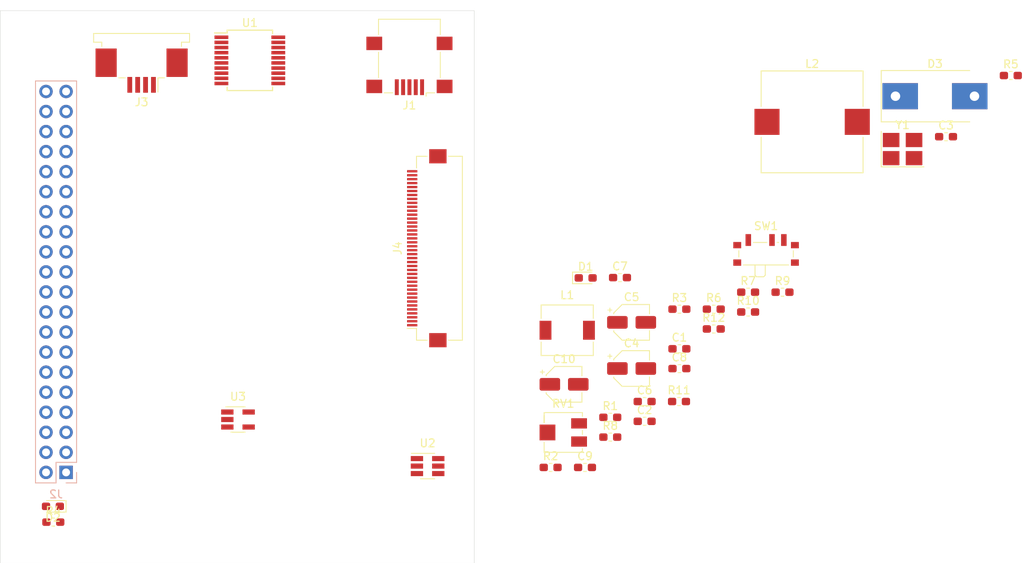
<source format=kicad_pcb>
(kicad_pcb (version 20171130) (host pcbnew "(5.1.4)-1")

  (general
    (thickness 1.6)
    (drawings 4)
    (tracks 0)
    (zones 0)
    (modules 37)
    (nets 59)
  )

  (page A4)
  (layers
    (0 F.Cu signal)
    (31 B.Cu signal)
    (32 B.Adhes user)
    (33 F.Adhes user)
    (34 B.Paste user)
    (35 F.Paste user)
    (36 B.SilkS user)
    (37 F.SilkS user)
    (38 B.Mask user)
    (39 F.Mask user)
    (40 Dwgs.User user)
    (41 Cmts.User user)
    (42 Eco1.User user)
    (43 Eco2.User user)
    (44 Edge.Cuts user)
    (45 Margin user)
    (46 B.CrtYd user)
    (47 F.CrtYd user)
    (48 B.Fab user)
    (49 F.Fab user)
  )

  (setup
    (last_trace_width 0.25)
    (trace_clearance 0.2)
    (zone_clearance 0.508)
    (zone_45_only no)
    (trace_min 0.2)
    (via_size 0.8)
    (via_drill 0.4)
    (via_min_size 0.4)
    (via_min_drill 0.3)
    (uvia_size 0.3)
    (uvia_drill 0.1)
    (uvias_allowed no)
    (uvia_min_size 0.2)
    (uvia_min_drill 0.1)
    (edge_width 0.05)
    (segment_width 0.2)
    (pcb_text_width 0.3)
    (pcb_text_size 1.5 1.5)
    (mod_edge_width 0.12)
    (mod_text_size 1 1)
    (mod_text_width 0.15)
    (pad_size 1.524 1.524)
    (pad_drill 0.762)
    (pad_to_mask_clearance 0.051)
    (solder_mask_min_width 0.25)
    (aux_axis_origin 0 0)
    (visible_elements FFFFF77F)
    (pcbplotparams
      (layerselection 0x010fc_ffffffff)
      (usegerberextensions false)
      (usegerberattributes false)
      (usegerberadvancedattributes false)
      (creategerberjobfile false)
      (excludeedgelayer true)
      (linewidth 0.100000)
      (plotframeref false)
      (viasonmask false)
      (mode 1)
      (useauxorigin false)
      (hpglpennumber 1)
      (hpglpenspeed 20)
      (hpglpendiameter 15.000000)
      (psnegative false)
      (psa4output false)
      (plotreference true)
      (plotvalue true)
      (plotinvisibletext false)
      (padsonsilk false)
      (subtractmaskfromsilk false)
      (outputformat 1)
      (mirror false)
      (drillshape 1)
      (scaleselection 1)
      (outputdirectory ""))
  )

  (net 0 "")
  (net 1 GND)
  (net 2 "Net-(C1-Pad1)")
  (net 3 "Net-(C2-Pad1)")
  (net 4 "Net-(C3-Pad2)")
  (net 5 +5V)
  (net 6 LED+)
  (net 7 +3.3VP)
  (net 8 "Net-(C9-Pad2)")
  (net 9 "Net-(D1-Pad2)")
  (net 10 "Net-(D1-Pad1)")
  (net 11 "Net-(D2-Pad1)")
  (net 12 "Net-(D3-Pad2)")
  (net 13 "Net-(J1-Pad2)")
  (net 14 "Net-(J1-Pad3)")
  (net 15 +3V3)
  (net 16 VSYNC)
  (net 17 HSYNC)
  (net 18 Blue0)
  (net 19 Green2)
  (net 20 Green3)
  (net 21 Green5)
  (net 22 "Net-(J2-Pad12)")
  (net 23 "Net-(J2-Pad13)")
  (net 24 Red2)
  (net 25 Red3)
  (net 26 Red4)
  (net 27 /Blue6)
  (net 28 Blue5)
  (net 29 Red5)
  (net 30 /Blue7)
  (net 31 Blue4)
  (net 32 Blue3)
  (net 33 CLK)
  (net 34 DEN)
  (net 35 Blue1)
  (net 36 Blue2)
  (net 37 Green0)
  (net 38 Green1)
  (net 39 /Green7)
  (net 40 Green4)
  (net 41 "Net-(J2-Pad37)")
  (net 42 Red0)
  (net 43 Red1)
  (net 44 "Net-(J3-Pad1)")
  (net 45 "Net-(J3-Pad2)")
  (net 46 "Net-(J3-Pad3)")
  (net 47 "Net-(J3-Pad4)")
  (net 48 LED-)
  (net 49 "Net-(J4-Pad5)")
  (net 50 L_R)
  (net 51 U_D)
  (net 52 "Net-(L2-Pad1)")
  (net 53 "Net-(R1-Pad1)")
  (net 54 "Net-(R3-Pad2)")
  (net 55 "Net-(R6-Pad2)")
  (net 56 EN_BCKLIT)
  (net 57 "Net-(U1-Pad10)")
  (net 58 "Net-(U1-Pad12)")

  (net_class Default "Dies ist die voreingestellte Netzklasse."
    (clearance 0.2)
    (trace_width 0.25)
    (via_dia 0.8)
    (via_drill 0.4)
    (uvia_dia 0.3)
    (uvia_drill 0.1)
    (add_net +3.3VP)
    (add_net +3V3)
    (add_net +5V)
    (add_net /Blue6)
    (add_net /Blue7)
    (add_net /Green7)
    (add_net Blue0)
    (add_net Blue1)
    (add_net Blue2)
    (add_net Blue3)
    (add_net Blue4)
    (add_net Blue5)
    (add_net CLK)
    (add_net DEN)
    (add_net EN_BCKLIT)
    (add_net GND)
    (add_net Green0)
    (add_net Green1)
    (add_net Green2)
    (add_net Green3)
    (add_net Green4)
    (add_net Green5)
    (add_net HSYNC)
    (add_net LED+)
    (add_net LED-)
    (add_net L_R)
    (add_net "Net-(C1-Pad1)")
    (add_net "Net-(C2-Pad1)")
    (add_net "Net-(C3-Pad2)")
    (add_net "Net-(C9-Pad2)")
    (add_net "Net-(D1-Pad1)")
    (add_net "Net-(D1-Pad2)")
    (add_net "Net-(D2-Pad1)")
    (add_net "Net-(D3-Pad2)")
    (add_net "Net-(J1-Pad2)")
    (add_net "Net-(J1-Pad3)")
    (add_net "Net-(J2-Pad12)")
    (add_net "Net-(J2-Pad13)")
    (add_net "Net-(J2-Pad37)")
    (add_net "Net-(J3-Pad1)")
    (add_net "Net-(J3-Pad2)")
    (add_net "Net-(J3-Pad3)")
    (add_net "Net-(J3-Pad4)")
    (add_net "Net-(J4-Pad5)")
    (add_net "Net-(L2-Pad1)")
    (add_net "Net-(R1-Pad1)")
    (add_net "Net-(R3-Pad2)")
    (add_net "Net-(R6-Pad2)")
    (add_net "Net-(U1-Pad10)")
    (add_net "Net-(U1-Pad12)")
    (add_net Red0)
    (add_net Red1)
    (add_net Red2)
    (add_net Red3)
    (add_net Red4)
    (add_net Red5)
    (add_net U_D)
    (add_net VSYNC)
  )

  (module Capacitor_SMD:C_0603_1608Metric_Pad1.05x0.95mm_HandSolder (layer F.Cu) (tedit 5B301BBE) (tstamp 602FE1C2)
    (at 125.973001 77.840001)
    (descr "Capacitor SMD 0603 (1608 Metric), square (rectangular) end terminal, IPC_7351 nominal with elongated pad for handsoldering. (Body size source: http://www.tortai-tech.com/upload/download/2011102023233369053.pdf), generated with kicad-footprint-generator")
    (tags "capacitor handsolder")
    (path /602FF7A8)
    (attr smd)
    (fp_text reference C1 (at 0 -1.43) (layer F.SilkS)
      (effects (font (size 1 1) (thickness 0.15)))
    )
    (fp_text value 22p (at 0 1.43) (layer F.Fab)
      (effects (font (size 1 1) (thickness 0.15)))
    )
    (fp_text user %R (at 0 0) (layer F.Fab)
      (effects (font (size 0.4 0.4) (thickness 0.06)))
    )
    (fp_line (start 1.65 0.73) (end -1.65 0.73) (layer F.CrtYd) (width 0.05))
    (fp_line (start 1.65 -0.73) (end 1.65 0.73) (layer F.CrtYd) (width 0.05))
    (fp_line (start -1.65 -0.73) (end 1.65 -0.73) (layer F.CrtYd) (width 0.05))
    (fp_line (start -1.65 0.73) (end -1.65 -0.73) (layer F.CrtYd) (width 0.05))
    (fp_line (start -0.171267 0.51) (end 0.171267 0.51) (layer F.SilkS) (width 0.12))
    (fp_line (start -0.171267 -0.51) (end 0.171267 -0.51) (layer F.SilkS) (width 0.12))
    (fp_line (start 0.8 0.4) (end -0.8 0.4) (layer F.Fab) (width 0.1))
    (fp_line (start 0.8 -0.4) (end 0.8 0.4) (layer F.Fab) (width 0.1))
    (fp_line (start -0.8 -0.4) (end 0.8 -0.4) (layer F.Fab) (width 0.1))
    (fp_line (start -0.8 0.4) (end -0.8 -0.4) (layer F.Fab) (width 0.1))
    (pad 2 smd roundrect (at 0.875 0) (size 1.05 0.95) (layers F.Cu F.Paste F.Mask) (roundrect_rratio 0.25)
      (net 1 GND))
    (pad 1 smd roundrect (at -0.875 0) (size 1.05 0.95) (layers F.Cu F.Paste F.Mask) (roundrect_rratio 0.25)
      (net 2 "Net-(C1-Pad1)"))
    (model ${KISYS3DMOD}/Capacitor_SMD.3dshapes/C_0603_1608Metric.wrl
      (at (xyz 0 0 0))
      (scale (xyz 1 1 1))
      (rotate (xyz 0 0 0))
    )
  )

  (module Capacitor_SMD:C_0603_1608Metric_Pad1.05x0.95mm_HandSolder (layer F.Cu) (tedit 5B301BBE) (tstamp 602FE1D3)
    (at 121.573001 87.030001)
    (descr "Capacitor SMD 0603 (1608 Metric), square (rectangular) end terminal, IPC_7351 nominal with elongated pad for handsoldering. (Body size source: http://www.tortai-tech.com/upload/download/2011102023233369053.pdf), generated with kicad-footprint-generator")
    (tags "capacitor handsolder")
    (path /602FEB22)
    (attr smd)
    (fp_text reference C2 (at 0 -1.43) (layer F.SilkS)
      (effects (font (size 1 1) (thickness 0.15)))
    )
    (fp_text value 22p (at 0 1.43) (layer F.Fab)
      (effects (font (size 1 1) (thickness 0.15)))
    )
    (fp_text user %R (at 0 0) (layer F.Fab)
      (effects (font (size 0.4 0.4) (thickness 0.06)))
    )
    (fp_line (start 1.65 0.73) (end -1.65 0.73) (layer F.CrtYd) (width 0.05))
    (fp_line (start 1.65 -0.73) (end 1.65 0.73) (layer F.CrtYd) (width 0.05))
    (fp_line (start -1.65 -0.73) (end 1.65 -0.73) (layer F.CrtYd) (width 0.05))
    (fp_line (start -1.65 0.73) (end -1.65 -0.73) (layer F.CrtYd) (width 0.05))
    (fp_line (start -0.171267 0.51) (end 0.171267 0.51) (layer F.SilkS) (width 0.12))
    (fp_line (start -0.171267 -0.51) (end 0.171267 -0.51) (layer F.SilkS) (width 0.12))
    (fp_line (start 0.8 0.4) (end -0.8 0.4) (layer F.Fab) (width 0.1))
    (fp_line (start 0.8 -0.4) (end 0.8 0.4) (layer F.Fab) (width 0.1))
    (fp_line (start -0.8 -0.4) (end 0.8 -0.4) (layer F.Fab) (width 0.1))
    (fp_line (start -0.8 0.4) (end -0.8 -0.4) (layer F.Fab) (width 0.1))
    (pad 2 smd roundrect (at 0.875 0) (size 1.05 0.95) (layers F.Cu F.Paste F.Mask) (roundrect_rratio 0.25)
      (net 1 GND))
    (pad 1 smd roundrect (at -0.875 0) (size 1.05 0.95) (layers F.Cu F.Paste F.Mask) (roundrect_rratio 0.25)
      (net 3 "Net-(C2-Pad1)"))
    (model ${KISYS3DMOD}/Capacitor_SMD.3dshapes/C_0603_1608Metric.wrl
      (at (xyz 0 0 0))
      (scale (xyz 1 1 1))
      (rotate (xyz 0 0 0))
    )
  )

  (module Capacitor_SMD:C_0603_1608Metric_Pad1.05x0.95mm_HandSolder (layer F.Cu) (tedit 5B301BBE) (tstamp 602FE1E4)
    (at 159.723001 50.970001)
    (descr "Capacitor SMD 0603 (1608 Metric), square (rectangular) end terminal, IPC_7351 nominal with elongated pad for handsoldering. (Body size source: http://www.tortai-tech.com/upload/download/2011102023233369053.pdf), generated with kicad-footprint-generator")
    (tags "capacitor handsolder")
    (path /6031266B)
    (attr smd)
    (fp_text reference C3 (at 0 -1.43) (layer F.SilkS)
      (effects (font (size 1 1) (thickness 0.15)))
    )
    (fp_text value 10n (at 0 1.43) (layer F.Fab)
      (effects (font (size 1 1) (thickness 0.15)))
    )
    (fp_line (start -0.8 0.4) (end -0.8 -0.4) (layer F.Fab) (width 0.1))
    (fp_line (start -0.8 -0.4) (end 0.8 -0.4) (layer F.Fab) (width 0.1))
    (fp_line (start 0.8 -0.4) (end 0.8 0.4) (layer F.Fab) (width 0.1))
    (fp_line (start 0.8 0.4) (end -0.8 0.4) (layer F.Fab) (width 0.1))
    (fp_line (start -0.171267 -0.51) (end 0.171267 -0.51) (layer F.SilkS) (width 0.12))
    (fp_line (start -0.171267 0.51) (end 0.171267 0.51) (layer F.SilkS) (width 0.12))
    (fp_line (start -1.65 0.73) (end -1.65 -0.73) (layer F.CrtYd) (width 0.05))
    (fp_line (start -1.65 -0.73) (end 1.65 -0.73) (layer F.CrtYd) (width 0.05))
    (fp_line (start 1.65 -0.73) (end 1.65 0.73) (layer F.CrtYd) (width 0.05))
    (fp_line (start 1.65 0.73) (end -1.65 0.73) (layer F.CrtYd) (width 0.05))
    (fp_text user %R (at 0 0) (layer F.Fab)
      (effects (font (size 0.4 0.4) (thickness 0.06)))
    )
    (pad 1 smd roundrect (at -0.875 0) (size 1.05 0.95) (layers F.Cu F.Paste F.Mask) (roundrect_rratio 0.25)
      (net 1 GND))
    (pad 2 smd roundrect (at 0.875 0) (size 1.05 0.95) (layers F.Cu F.Paste F.Mask) (roundrect_rratio 0.25)
      (net 4 "Net-(C3-Pad2)"))
    (model ${KISYS3DMOD}/Capacitor_SMD.3dshapes/C_0603_1608Metric.wrl
      (at (xyz 0 0 0))
      (scale (xyz 1 1 1))
      (rotate (xyz 0 0 0))
    )
  )

  (module Capacitor_SMD:CP_Elec_4x5.3 (layer F.Cu) (tedit 5BCA39CF) (tstamp 602FE20C)
    (at 119.923001 80.340001)
    (descr "SMD capacitor, aluminum electrolytic, Vishay, 4.0x5.3mm")
    (tags "capacitor electrolytic")
    (path /604F81AF)
    (attr smd)
    (fp_text reference C4 (at 0 -3.2) (layer F.SilkS)
      (effects (font (size 1 1) (thickness 0.15)))
    )
    (fp_text value 22u (at 0 3.2) (layer F.Fab)
      (effects (font (size 1 1) (thickness 0.15)))
    )
    (fp_circle (center 0 0) (end 2 0) (layer F.Fab) (width 0.1))
    (fp_line (start 2.15 -2.15) (end 2.15 2.15) (layer F.Fab) (width 0.1))
    (fp_line (start -1.15 -2.15) (end 2.15 -2.15) (layer F.Fab) (width 0.1))
    (fp_line (start -1.15 2.15) (end 2.15 2.15) (layer F.Fab) (width 0.1))
    (fp_line (start -2.15 -1.15) (end -2.15 1.15) (layer F.Fab) (width 0.1))
    (fp_line (start -2.15 -1.15) (end -1.15 -2.15) (layer F.Fab) (width 0.1))
    (fp_line (start -2.15 1.15) (end -1.15 2.15) (layer F.Fab) (width 0.1))
    (fp_line (start -1.574773 -1) (end -1.174773 -1) (layer F.Fab) (width 0.1))
    (fp_line (start -1.374773 -1.2) (end -1.374773 -0.8) (layer F.Fab) (width 0.1))
    (fp_line (start 2.26 2.26) (end 2.26 1.06) (layer F.SilkS) (width 0.12))
    (fp_line (start 2.26 -2.26) (end 2.26 -1.06) (layer F.SilkS) (width 0.12))
    (fp_line (start -1.195563 -2.26) (end 2.26 -2.26) (layer F.SilkS) (width 0.12))
    (fp_line (start -1.195563 2.26) (end 2.26 2.26) (layer F.SilkS) (width 0.12))
    (fp_line (start -2.26 1.195563) (end -2.26 1.06) (layer F.SilkS) (width 0.12))
    (fp_line (start -2.26 -1.195563) (end -2.26 -1.06) (layer F.SilkS) (width 0.12))
    (fp_line (start -2.26 -1.195563) (end -1.195563 -2.26) (layer F.SilkS) (width 0.12))
    (fp_line (start -2.26 1.195563) (end -1.195563 2.26) (layer F.SilkS) (width 0.12))
    (fp_line (start -3 -1.56) (end -2.5 -1.56) (layer F.SilkS) (width 0.12))
    (fp_line (start -2.75 -1.81) (end -2.75 -1.31) (layer F.SilkS) (width 0.12))
    (fp_line (start 2.4 -2.4) (end 2.4 -1.05) (layer F.CrtYd) (width 0.05))
    (fp_line (start 2.4 -1.05) (end 3.35 -1.05) (layer F.CrtYd) (width 0.05))
    (fp_line (start 3.35 -1.05) (end 3.35 1.05) (layer F.CrtYd) (width 0.05))
    (fp_line (start 3.35 1.05) (end 2.4 1.05) (layer F.CrtYd) (width 0.05))
    (fp_line (start 2.4 1.05) (end 2.4 2.4) (layer F.CrtYd) (width 0.05))
    (fp_line (start -1.25 2.4) (end 2.4 2.4) (layer F.CrtYd) (width 0.05))
    (fp_line (start -1.25 -2.4) (end 2.4 -2.4) (layer F.CrtYd) (width 0.05))
    (fp_line (start -2.4 1.25) (end -1.25 2.4) (layer F.CrtYd) (width 0.05))
    (fp_line (start -2.4 -1.25) (end -1.25 -2.4) (layer F.CrtYd) (width 0.05))
    (fp_line (start -2.4 -1.25) (end -2.4 -1.05) (layer F.CrtYd) (width 0.05))
    (fp_line (start -2.4 1.05) (end -2.4 1.25) (layer F.CrtYd) (width 0.05))
    (fp_line (start -2.4 -1.05) (end -3.35 -1.05) (layer F.CrtYd) (width 0.05))
    (fp_line (start -3.35 -1.05) (end -3.35 1.05) (layer F.CrtYd) (width 0.05))
    (fp_line (start -3.35 1.05) (end -2.4 1.05) (layer F.CrtYd) (width 0.05))
    (fp_text user %R (at 0 0) (layer F.Fab)
      (effects (font (size 0.8 0.8) (thickness 0.12)))
    )
    (pad 1 smd roundrect (at -1.8 0) (size 2.6 1.6) (layers F.Cu F.Paste F.Mask) (roundrect_rratio 0.15625)
      (net 5 +5V))
    (pad 2 smd roundrect (at 1.8 0) (size 2.6 1.6) (layers F.Cu F.Paste F.Mask) (roundrect_rratio 0.15625)
      (net 1 GND))
    (model ${KISYS3DMOD}/Capacitor_SMD.3dshapes/CP_Elec_4x5.3.wrl
      (at (xyz 0 0 0))
      (scale (xyz 1 1 1))
      (rotate (xyz 0 0 0))
    )
  )

  (module Capacitor_SMD:CP_Elec_4x5.3 (layer F.Cu) (tedit 5BCA39CF) (tstamp 602FE234)
    (at 119.923001 74.490001)
    (descr "SMD capacitor, aluminum electrolytic, Vishay, 4.0x5.3mm")
    (tags "capacitor electrolytic")
    (path /6044FAF1)
    (attr smd)
    (fp_text reference C5 (at 0 -3.2) (layer F.SilkS)
      (effects (font (size 1 1) (thickness 0.15)))
    )
    (fp_text value 22u (at 0 3.2) (layer F.Fab)
      (effects (font (size 1 1) (thickness 0.15)))
    )
    (fp_circle (center 0 0) (end 2 0) (layer F.Fab) (width 0.1))
    (fp_line (start 2.15 -2.15) (end 2.15 2.15) (layer F.Fab) (width 0.1))
    (fp_line (start -1.15 -2.15) (end 2.15 -2.15) (layer F.Fab) (width 0.1))
    (fp_line (start -1.15 2.15) (end 2.15 2.15) (layer F.Fab) (width 0.1))
    (fp_line (start -2.15 -1.15) (end -2.15 1.15) (layer F.Fab) (width 0.1))
    (fp_line (start -2.15 -1.15) (end -1.15 -2.15) (layer F.Fab) (width 0.1))
    (fp_line (start -2.15 1.15) (end -1.15 2.15) (layer F.Fab) (width 0.1))
    (fp_line (start -1.574773 -1) (end -1.174773 -1) (layer F.Fab) (width 0.1))
    (fp_line (start -1.374773 -1.2) (end -1.374773 -0.8) (layer F.Fab) (width 0.1))
    (fp_line (start 2.26 2.26) (end 2.26 1.06) (layer F.SilkS) (width 0.12))
    (fp_line (start 2.26 -2.26) (end 2.26 -1.06) (layer F.SilkS) (width 0.12))
    (fp_line (start -1.195563 -2.26) (end 2.26 -2.26) (layer F.SilkS) (width 0.12))
    (fp_line (start -1.195563 2.26) (end 2.26 2.26) (layer F.SilkS) (width 0.12))
    (fp_line (start -2.26 1.195563) (end -2.26 1.06) (layer F.SilkS) (width 0.12))
    (fp_line (start -2.26 -1.195563) (end -2.26 -1.06) (layer F.SilkS) (width 0.12))
    (fp_line (start -2.26 -1.195563) (end -1.195563 -2.26) (layer F.SilkS) (width 0.12))
    (fp_line (start -2.26 1.195563) (end -1.195563 2.26) (layer F.SilkS) (width 0.12))
    (fp_line (start -3 -1.56) (end -2.5 -1.56) (layer F.SilkS) (width 0.12))
    (fp_line (start -2.75 -1.81) (end -2.75 -1.31) (layer F.SilkS) (width 0.12))
    (fp_line (start 2.4 -2.4) (end 2.4 -1.05) (layer F.CrtYd) (width 0.05))
    (fp_line (start 2.4 -1.05) (end 3.35 -1.05) (layer F.CrtYd) (width 0.05))
    (fp_line (start 3.35 -1.05) (end 3.35 1.05) (layer F.CrtYd) (width 0.05))
    (fp_line (start 3.35 1.05) (end 2.4 1.05) (layer F.CrtYd) (width 0.05))
    (fp_line (start 2.4 1.05) (end 2.4 2.4) (layer F.CrtYd) (width 0.05))
    (fp_line (start -1.25 2.4) (end 2.4 2.4) (layer F.CrtYd) (width 0.05))
    (fp_line (start -1.25 -2.4) (end 2.4 -2.4) (layer F.CrtYd) (width 0.05))
    (fp_line (start -2.4 1.25) (end -1.25 2.4) (layer F.CrtYd) (width 0.05))
    (fp_line (start -2.4 -1.25) (end -1.25 -2.4) (layer F.CrtYd) (width 0.05))
    (fp_line (start -2.4 -1.25) (end -2.4 -1.05) (layer F.CrtYd) (width 0.05))
    (fp_line (start -2.4 1.05) (end -2.4 1.25) (layer F.CrtYd) (width 0.05))
    (fp_line (start -2.4 -1.05) (end -3.35 -1.05) (layer F.CrtYd) (width 0.05))
    (fp_line (start -3.35 -1.05) (end -3.35 1.05) (layer F.CrtYd) (width 0.05))
    (fp_line (start -3.35 1.05) (end -2.4 1.05) (layer F.CrtYd) (width 0.05))
    (fp_text user %R (at 0 0) (layer F.Fab)
      (effects (font (size 0.8 0.8) (thickness 0.12)))
    )
    (pad 1 smd roundrect (at -1.8 0) (size 2.6 1.6) (layers F.Cu F.Paste F.Mask) (roundrect_rratio 0.15625)
      (net 5 +5V))
    (pad 2 smd roundrect (at 1.8 0) (size 2.6 1.6) (layers F.Cu F.Paste F.Mask) (roundrect_rratio 0.15625)
      (net 1 GND))
    (model ${KISYS3DMOD}/Capacitor_SMD.3dshapes/CP_Elec_4x5.3.wrl
      (at (xyz 0 0 0))
      (scale (xyz 1 1 1))
      (rotate (xyz 0 0 0))
    )
  )

  (module Capacitor_SMD:C_0603_1608Metric_Pad1.05x0.95mm_HandSolder (layer F.Cu) (tedit 5B301BBE) (tstamp 602FE245)
    (at 121.573001 84.520001)
    (descr "Capacitor SMD 0603 (1608 Metric), square (rectangular) end terminal, IPC_7351 nominal with elongated pad for handsoldering. (Body size source: http://www.tortai-tech.com/upload/download/2011102023233369053.pdf), generated with kicad-footprint-generator")
    (tags "capacitor handsolder")
    (path /604F878F)
    (attr smd)
    (fp_text reference C6 (at 0 -1.43) (layer F.SilkS)
      (effects (font (size 1 1) (thickness 0.15)))
    )
    (fp_text value 100n (at 0 1.43) (layer F.Fab)
      (effects (font (size 1 1) (thickness 0.15)))
    )
    (fp_line (start -0.8 0.4) (end -0.8 -0.4) (layer F.Fab) (width 0.1))
    (fp_line (start -0.8 -0.4) (end 0.8 -0.4) (layer F.Fab) (width 0.1))
    (fp_line (start 0.8 -0.4) (end 0.8 0.4) (layer F.Fab) (width 0.1))
    (fp_line (start 0.8 0.4) (end -0.8 0.4) (layer F.Fab) (width 0.1))
    (fp_line (start -0.171267 -0.51) (end 0.171267 -0.51) (layer F.SilkS) (width 0.12))
    (fp_line (start -0.171267 0.51) (end 0.171267 0.51) (layer F.SilkS) (width 0.12))
    (fp_line (start -1.65 0.73) (end -1.65 -0.73) (layer F.CrtYd) (width 0.05))
    (fp_line (start -1.65 -0.73) (end 1.65 -0.73) (layer F.CrtYd) (width 0.05))
    (fp_line (start 1.65 -0.73) (end 1.65 0.73) (layer F.CrtYd) (width 0.05))
    (fp_line (start 1.65 0.73) (end -1.65 0.73) (layer F.CrtYd) (width 0.05))
    (fp_text user %R (at 0 0) (layer F.Fab)
      (effects (font (size 0.4 0.4) (thickness 0.06)))
    )
    (pad 1 smd roundrect (at -0.875 0) (size 1.05 0.95) (layers F.Cu F.Paste F.Mask) (roundrect_rratio 0.25)
      (net 5 +5V))
    (pad 2 smd roundrect (at 0.875 0) (size 1.05 0.95) (layers F.Cu F.Paste F.Mask) (roundrect_rratio 0.25)
      (net 1 GND))
    (model ${KISYS3DMOD}/Capacitor_SMD.3dshapes/C_0603_1608Metric.wrl
      (at (xyz 0 0 0))
      (scale (xyz 1 1 1))
      (rotate (xyz 0 0 0))
    )
  )

  (module Capacitor_SMD:C_0603_1608Metric_Pad1.05x0.95mm_HandSolder (layer F.Cu) (tedit 5B301BBE) (tstamp 602FE256)
    (at 118.453001 68.820001)
    (descr "Capacitor SMD 0603 (1608 Metric), square (rectangular) end terminal, IPC_7351 nominal with elongated pad for handsoldering. (Body size source: http://www.tortai-tech.com/upload/download/2011102023233369053.pdf), generated with kicad-footprint-generator")
    (tags "capacitor handsolder")
    (path /6044F274)
    (attr smd)
    (fp_text reference C7 (at 0 -1.43) (layer F.SilkS)
      (effects (font (size 1 1) (thickness 0.15)))
    )
    (fp_text value 100n (at 0 1.43) (layer F.Fab)
      (effects (font (size 1 1) (thickness 0.15)))
    )
    (fp_line (start -0.8 0.4) (end -0.8 -0.4) (layer F.Fab) (width 0.1))
    (fp_line (start -0.8 -0.4) (end 0.8 -0.4) (layer F.Fab) (width 0.1))
    (fp_line (start 0.8 -0.4) (end 0.8 0.4) (layer F.Fab) (width 0.1))
    (fp_line (start 0.8 0.4) (end -0.8 0.4) (layer F.Fab) (width 0.1))
    (fp_line (start -0.171267 -0.51) (end 0.171267 -0.51) (layer F.SilkS) (width 0.12))
    (fp_line (start -0.171267 0.51) (end 0.171267 0.51) (layer F.SilkS) (width 0.12))
    (fp_line (start -1.65 0.73) (end -1.65 -0.73) (layer F.CrtYd) (width 0.05))
    (fp_line (start -1.65 -0.73) (end 1.65 -0.73) (layer F.CrtYd) (width 0.05))
    (fp_line (start 1.65 -0.73) (end 1.65 0.73) (layer F.CrtYd) (width 0.05))
    (fp_line (start 1.65 0.73) (end -1.65 0.73) (layer F.CrtYd) (width 0.05))
    (fp_text user %R (at 0 0) (layer F.Fab)
      (effects (font (size 0.4 0.4) (thickness 0.06)))
    )
    (pad 1 smd roundrect (at -0.875 0) (size 1.05 0.95) (layers F.Cu F.Paste F.Mask) (roundrect_rratio 0.25)
      (net 5 +5V))
    (pad 2 smd roundrect (at 0.875 0) (size 1.05 0.95) (layers F.Cu F.Paste F.Mask) (roundrect_rratio 0.25)
      (net 1 GND))
    (model ${KISYS3DMOD}/Capacitor_SMD.3dshapes/C_0603_1608Metric.wrl
      (at (xyz 0 0 0))
      (scale (xyz 1 1 1))
      (rotate (xyz 0 0 0))
    )
  )

  (module Capacitor_SMD:C_0603_1608Metric_Pad1.05x0.95mm_HandSolder (layer F.Cu) (tedit 5B301BBE) (tstamp 602FE267)
    (at 125.973001 80.350001)
    (descr "Capacitor SMD 0603 (1608 Metric), square (rectangular) end terminal, IPC_7351 nominal with elongated pad for handsoldering. (Body size source: http://www.tortai-tech.com/upload/download/2011102023233369053.pdf), generated with kicad-footprint-generator")
    (tags "capacitor handsolder")
    (path /605B8328)
    (attr smd)
    (fp_text reference C8 (at 0 -1.43) (layer F.SilkS)
      (effects (font (size 1 1) (thickness 0.15)))
    )
    (fp_text value 220n (at 0 1.43) (layer F.Fab)
      (effects (font (size 1 1) (thickness 0.15)))
    )
    (fp_text user %R (at 0 0) (layer F.Fab)
      (effects (font (size 0.4 0.4) (thickness 0.06)))
    )
    (fp_line (start 1.65 0.73) (end -1.65 0.73) (layer F.CrtYd) (width 0.05))
    (fp_line (start 1.65 -0.73) (end 1.65 0.73) (layer F.CrtYd) (width 0.05))
    (fp_line (start -1.65 -0.73) (end 1.65 -0.73) (layer F.CrtYd) (width 0.05))
    (fp_line (start -1.65 0.73) (end -1.65 -0.73) (layer F.CrtYd) (width 0.05))
    (fp_line (start -0.171267 0.51) (end 0.171267 0.51) (layer F.SilkS) (width 0.12))
    (fp_line (start -0.171267 -0.51) (end 0.171267 -0.51) (layer F.SilkS) (width 0.12))
    (fp_line (start 0.8 0.4) (end -0.8 0.4) (layer F.Fab) (width 0.1))
    (fp_line (start 0.8 -0.4) (end 0.8 0.4) (layer F.Fab) (width 0.1))
    (fp_line (start -0.8 -0.4) (end 0.8 -0.4) (layer F.Fab) (width 0.1))
    (fp_line (start -0.8 0.4) (end -0.8 -0.4) (layer F.Fab) (width 0.1))
    (pad 2 smd roundrect (at 0.875 0) (size 1.05 0.95) (layers F.Cu F.Paste F.Mask) (roundrect_rratio 0.25)
      (net 1 GND))
    (pad 1 smd roundrect (at -0.875 0) (size 1.05 0.95) (layers F.Cu F.Paste F.Mask) (roundrect_rratio 0.25)
      (net 6 LED+))
    (model ${KISYS3DMOD}/Capacitor_SMD.3dshapes/C_0603_1608Metric.wrl
      (at (xyz 0 0 0))
      (scale (xyz 1 1 1))
      (rotate (xyz 0 0 0))
    )
  )

  (module Capacitor_SMD:C_0603_1608Metric_Pad1.05x0.95mm_HandSolder (layer F.Cu) (tedit 5B301BBE) (tstamp 602FE278)
    (at 114.023001 92.870001)
    (descr "Capacitor SMD 0603 (1608 Metric), square (rectangular) end terminal, IPC_7351 nominal with elongated pad for handsoldering. (Body size source: http://www.tortai-tech.com/upload/download/2011102023233369053.pdf), generated with kicad-footprint-generator")
    (tags "capacitor handsolder")
    (path /6049F304)
    (attr smd)
    (fp_text reference C9 (at 0 -1.43) (layer F.SilkS)
      (effects (font (size 1 1) (thickness 0.15)))
    )
    (fp_text value 100n (at 0 1.43) (layer F.Fab)
      (effects (font (size 1 1) (thickness 0.15)))
    )
    (fp_line (start -0.8 0.4) (end -0.8 -0.4) (layer F.Fab) (width 0.1))
    (fp_line (start -0.8 -0.4) (end 0.8 -0.4) (layer F.Fab) (width 0.1))
    (fp_line (start 0.8 -0.4) (end 0.8 0.4) (layer F.Fab) (width 0.1))
    (fp_line (start 0.8 0.4) (end -0.8 0.4) (layer F.Fab) (width 0.1))
    (fp_line (start -0.171267 -0.51) (end 0.171267 -0.51) (layer F.SilkS) (width 0.12))
    (fp_line (start -0.171267 0.51) (end 0.171267 0.51) (layer F.SilkS) (width 0.12))
    (fp_line (start -1.65 0.73) (end -1.65 -0.73) (layer F.CrtYd) (width 0.05))
    (fp_line (start -1.65 -0.73) (end 1.65 -0.73) (layer F.CrtYd) (width 0.05))
    (fp_line (start 1.65 -0.73) (end 1.65 0.73) (layer F.CrtYd) (width 0.05))
    (fp_line (start 1.65 0.73) (end -1.65 0.73) (layer F.CrtYd) (width 0.05))
    (fp_text user %R (at 0 0) (layer F.Fab)
      (effects (font (size 0.4 0.4) (thickness 0.06)))
    )
    (pad 1 smd roundrect (at -0.875 0) (size 1.05 0.95) (layers F.Cu F.Paste F.Mask) (roundrect_rratio 0.25)
      (net 7 +3.3VP))
    (pad 2 smd roundrect (at 0.875 0) (size 1.05 0.95) (layers F.Cu F.Paste F.Mask) (roundrect_rratio 0.25)
      (net 8 "Net-(C9-Pad2)"))
    (model ${KISYS3DMOD}/Capacitor_SMD.3dshapes/C_0603_1608Metric.wrl
      (at (xyz 0 0 0))
      (scale (xyz 1 1 1))
      (rotate (xyz 0 0 0))
    )
  )

  (module Capacitor_SMD:CP_Elec_4x5.3 (layer F.Cu) (tedit 5BCA39CF) (tstamp 602FE2A0)
    (at 111.373001 82.340001)
    (descr "SMD capacitor, aluminum electrolytic, Vishay, 4.0x5.3mm")
    (tags "capacitor electrolytic")
    (path /6046ECB3)
    (attr smd)
    (fp_text reference C10 (at 0 -3.2) (layer F.SilkS)
      (effects (font (size 1 1) (thickness 0.15)))
    )
    (fp_text value 22u (at 0 3.2) (layer F.Fab)
      (effects (font (size 1 1) (thickness 0.15)))
    )
    (fp_text user %R (at 0 0) (layer F.Fab)
      (effects (font (size 0.8 0.8) (thickness 0.12)))
    )
    (fp_line (start -3.35 1.05) (end -2.4 1.05) (layer F.CrtYd) (width 0.05))
    (fp_line (start -3.35 -1.05) (end -3.35 1.05) (layer F.CrtYd) (width 0.05))
    (fp_line (start -2.4 -1.05) (end -3.35 -1.05) (layer F.CrtYd) (width 0.05))
    (fp_line (start -2.4 1.05) (end -2.4 1.25) (layer F.CrtYd) (width 0.05))
    (fp_line (start -2.4 -1.25) (end -2.4 -1.05) (layer F.CrtYd) (width 0.05))
    (fp_line (start -2.4 -1.25) (end -1.25 -2.4) (layer F.CrtYd) (width 0.05))
    (fp_line (start -2.4 1.25) (end -1.25 2.4) (layer F.CrtYd) (width 0.05))
    (fp_line (start -1.25 -2.4) (end 2.4 -2.4) (layer F.CrtYd) (width 0.05))
    (fp_line (start -1.25 2.4) (end 2.4 2.4) (layer F.CrtYd) (width 0.05))
    (fp_line (start 2.4 1.05) (end 2.4 2.4) (layer F.CrtYd) (width 0.05))
    (fp_line (start 3.35 1.05) (end 2.4 1.05) (layer F.CrtYd) (width 0.05))
    (fp_line (start 3.35 -1.05) (end 3.35 1.05) (layer F.CrtYd) (width 0.05))
    (fp_line (start 2.4 -1.05) (end 3.35 -1.05) (layer F.CrtYd) (width 0.05))
    (fp_line (start 2.4 -2.4) (end 2.4 -1.05) (layer F.CrtYd) (width 0.05))
    (fp_line (start -2.75 -1.81) (end -2.75 -1.31) (layer F.SilkS) (width 0.12))
    (fp_line (start -3 -1.56) (end -2.5 -1.56) (layer F.SilkS) (width 0.12))
    (fp_line (start -2.26 1.195563) (end -1.195563 2.26) (layer F.SilkS) (width 0.12))
    (fp_line (start -2.26 -1.195563) (end -1.195563 -2.26) (layer F.SilkS) (width 0.12))
    (fp_line (start -2.26 -1.195563) (end -2.26 -1.06) (layer F.SilkS) (width 0.12))
    (fp_line (start -2.26 1.195563) (end -2.26 1.06) (layer F.SilkS) (width 0.12))
    (fp_line (start -1.195563 2.26) (end 2.26 2.26) (layer F.SilkS) (width 0.12))
    (fp_line (start -1.195563 -2.26) (end 2.26 -2.26) (layer F.SilkS) (width 0.12))
    (fp_line (start 2.26 -2.26) (end 2.26 -1.06) (layer F.SilkS) (width 0.12))
    (fp_line (start 2.26 2.26) (end 2.26 1.06) (layer F.SilkS) (width 0.12))
    (fp_line (start -1.374773 -1.2) (end -1.374773 -0.8) (layer F.Fab) (width 0.1))
    (fp_line (start -1.574773 -1) (end -1.174773 -1) (layer F.Fab) (width 0.1))
    (fp_line (start -2.15 1.15) (end -1.15 2.15) (layer F.Fab) (width 0.1))
    (fp_line (start -2.15 -1.15) (end -1.15 -2.15) (layer F.Fab) (width 0.1))
    (fp_line (start -2.15 -1.15) (end -2.15 1.15) (layer F.Fab) (width 0.1))
    (fp_line (start -1.15 2.15) (end 2.15 2.15) (layer F.Fab) (width 0.1))
    (fp_line (start -1.15 -2.15) (end 2.15 -2.15) (layer F.Fab) (width 0.1))
    (fp_line (start 2.15 -2.15) (end 2.15 2.15) (layer F.Fab) (width 0.1))
    (fp_circle (center 0 0) (end 2 0) (layer F.Fab) (width 0.1))
    (pad 2 smd roundrect (at 1.8 0) (size 2.6 1.6) (layers F.Cu F.Paste F.Mask) (roundrect_rratio 0.15625)
      (net 1 GND))
    (pad 1 smd roundrect (at -1.8 0) (size 2.6 1.6) (layers F.Cu F.Paste F.Mask) (roundrect_rratio 0.15625)
      (net 7 +3.3VP))
    (model ${KISYS3DMOD}/Capacitor_SMD.3dshapes/CP_Elec_4x5.3.wrl
      (at (xyz 0 0 0))
      (scale (xyz 1 1 1))
      (rotate (xyz 0 0 0))
    )
  )

  (module LED_SMD:LED_0603_1608Metric_Pad1.05x0.95mm_HandSolder (layer F.Cu) (tedit 5B4B45C9) (tstamp 602FE2B3)
    (at 114.108001 68.860001)
    (descr "LED SMD 0603 (1608 Metric), square (rectangular) end terminal, IPC_7351 nominal, (Body size source: http://www.tortai-tech.com/upload/download/2011102023233369053.pdf), generated with kicad-footprint-generator")
    (tags "LED handsolder")
    (path /6030F27D)
    (attr smd)
    (fp_text reference D1 (at 0 -1.43) (layer F.SilkS)
      (effects (font (size 1 1) (thickness 0.15)))
    )
    (fp_text value LED (at 0 1.43) (layer F.Fab)
      (effects (font (size 1 1) (thickness 0.15)))
    )
    (fp_text user %R (at 0 0) (layer F.Fab)
      (effects (font (size 0.4 0.4) (thickness 0.06)))
    )
    (fp_line (start 1.65 0.73) (end -1.65 0.73) (layer F.CrtYd) (width 0.05))
    (fp_line (start 1.65 -0.73) (end 1.65 0.73) (layer F.CrtYd) (width 0.05))
    (fp_line (start -1.65 -0.73) (end 1.65 -0.73) (layer F.CrtYd) (width 0.05))
    (fp_line (start -1.65 0.73) (end -1.65 -0.73) (layer F.CrtYd) (width 0.05))
    (fp_line (start -1.66 0.735) (end 0.8 0.735) (layer F.SilkS) (width 0.12))
    (fp_line (start -1.66 -0.735) (end -1.66 0.735) (layer F.SilkS) (width 0.12))
    (fp_line (start 0.8 -0.735) (end -1.66 -0.735) (layer F.SilkS) (width 0.12))
    (fp_line (start 0.8 0.4) (end 0.8 -0.4) (layer F.Fab) (width 0.1))
    (fp_line (start -0.8 0.4) (end 0.8 0.4) (layer F.Fab) (width 0.1))
    (fp_line (start -0.8 -0.1) (end -0.8 0.4) (layer F.Fab) (width 0.1))
    (fp_line (start -0.5 -0.4) (end -0.8 -0.1) (layer F.Fab) (width 0.1))
    (fp_line (start 0.8 -0.4) (end -0.5 -0.4) (layer F.Fab) (width 0.1))
    (pad 2 smd roundrect (at 0.875 0) (size 1.05 0.95) (layers F.Cu F.Paste F.Mask) (roundrect_rratio 0.25)
      (net 9 "Net-(D1-Pad2)"))
    (pad 1 smd roundrect (at -0.875 0) (size 1.05 0.95) (layers F.Cu F.Paste F.Mask) (roundrect_rratio 0.25)
      (net 10 "Net-(D1-Pad1)"))
    (model ${KISYS3DMOD}/LED_SMD.3dshapes/LED_0603_1608Metric.wrl
      (at (xyz 0 0 0))
      (scale (xyz 1 1 1))
      (rotate (xyz 0 0 0))
    )
  )

  (module LED_SMD:LED_0603_1608Metric_Pad1.05x0.95mm_HandSolder (layer F.Cu) (tedit 5B4B45C9) (tstamp 602FF464)
    (at 46.675 97.8 180)
    (descr "LED SMD 0603 (1608 Metric), square (rectangular) end terminal, IPC_7351 nominal, (Body size source: http://www.tortai-tech.com/upload/download/2011102023233369053.pdf), generated with kicad-footprint-generator")
    (tags "LED handsolder")
    (path /606D6C3E)
    (attr smd)
    (fp_text reference D2 (at 0 -1.43) (layer F.SilkS)
      (effects (font (size 1 1) (thickness 0.15)))
    )
    (fp_text value LED (at 0 1.43) (layer F.Fab)
      (effects (font (size 1 1) (thickness 0.15)))
    )
    (fp_line (start 0.8 -0.4) (end -0.5 -0.4) (layer F.Fab) (width 0.1))
    (fp_line (start -0.5 -0.4) (end -0.8 -0.1) (layer F.Fab) (width 0.1))
    (fp_line (start -0.8 -0.1) (end -0.8 0.4) (layer F.Fab) (width 0.1))
    (fp_line (start -0.8 0.4) (end 0.8 0.4) (layer F.Fab) (width 0.1))
    (fp_line (start 0.8 0.4) (end 0.8 -0.4) (layer F.Fab) (width 0.1))
    (fp_line (start 0.8 -0.735) (end -1.66 -0.735) (layer F.SilkS) (width 0.12))
    (fp_line (start -1.66 -0.735) (end -1.66 0.735) (layer F.SilkS) (width 0.12))
    (fp_line (start -1.66 0.735) (end 0.8 0.735) (layer F.SilkS) (width 0.12))
    (fp_line (start -1.65 0.73) (end -1.65 -0.73) (layer F.CrtYd) (width 0.05))
    (fp_line (start -1.65 -0.73) (end 1.65 -0.73) (layer F.CrtYd) (width 0.05))
    (fp_line (start 1.65 -0.73) (end 1.65 0.73) (layer F.CrtYd) (width 0.05))
    (fp_line (start 1.65 0.73) (end -1.65 0.73) (layer F.CrtYd) (width 0.05))
    (fp_text user %R (at 0 0) (layer F.Fab)
      (effects (font (size 0.4 0.4) (thickness 0.06)))
    )
    (pad 1 smd roundrect (at -0.875 0 180) (size 1.05 0.95) (layers F.Cu F.Paste F.Mask) (roundrect_rratio 0.25)
      (net 11 "Net-(D2-Pad1)"))
    (pad 2 smd roundrect (at 0.875 0 180) (size 1.05 0.95) (layers F.Cu F.Paste F.Mask) (roundrect_rratio 0.25)
      (net 5 +5V))
    (model ${KISYS3DMOD}/LED_SMD.3dshapes/LED_0603_1608Metric.wrl
      (at (xyz 0 0 0))
      (scale (xyz 1 1 1))
      (rotate (xyz 0 0 0))
    )
  )

  (module Diode_SMD:D_SMC-RM10_Universal_Handsoldering (layer F.Cu) (tedit 58643524) (tstamp 602FE2DE)
    (at 158.323001 45.840001)
    (descr "Diode, Universal, SMC (DO-214AB), RM10, Handsoldering, SMD, Thruhole")
    (tags "Diode Universal SMC (DO-214AB) RM10 Handsoldering SMD Thruhole")
    (path /60545650)
    (fp_text reference D3 (at 0 -4.1) (layer F.SilkS)
      (effects (font (size 1 1) (thickness 0.15)))
    )
    (fp_text value D_Schottky_Small (at 0 4.3) (layer F.Fab)
      (effects (font (size 1 1) (thickness 0.15)))
    )
    (fp_text user %R (at 0 -1.7) (layer F.Fab)
      (effects (font (size 1 1) (thickness 0.15)))
    )
    (fp_line (start -6.8 3.25) (end -6.8 -3.25) (layer F.SilkS) (width 0.12))
    (fp_line (start 3.55 3.1) (end -3.55 3.1) (layer F.Fab) (width 0.1))
    (fp_line (start -3.55 3.1) (end -3.55 -3.1) (layer F.Fab) (width 0.1))
    (fp_line (start 3.55 -3.1) (end 3.55 3.1) (layer F.Fab) (width 0.1))
    (fp_line (start 3.55 -3.1) (end -3.55 -3.1) (layer F.Fab) (width 0.1))
    (fp_line (start -6.9 -3.35) (end 6.9 -3.35) (layer F.CrtYd) (width 0.05))
    (fp_line (start 6.9 -3.35) (end 6.9 3.35) (layer F.CrtYd) (width 0.05))
    (fp_line (start 6.9 3.35) (end -6.9 3.35) (layer F.CrtYd) (width 0.05))
    (fp_line (start -6.9 3.35) (end -6.9 -3.35) (layer F.CrtYd) (width 0.05))
    (fp_line (start -0.64944 0.00102) (end -1.55114 0.00102) (layer F.Fab) (width 0.1))
    (fp_line (start 0.50118 0.00102) (end 1.4994 0.00102) (layer F.Fab) (width 0.1))
    (fp_line (start -0.64944 -0.79908) (end -0.64944 0.80112) (layer F.Fab) (width 0.1))
    (fp_line (start 0.50118 0.75032) (end 0.50118 -0.79908) (layer F.Fab) (width 0.1))
    (fp_line (start -0.64944 0.00102) (end 0.50118 0.75032) (layer F.Fab) (width 0.1))
    (fp_line (start -0.64944 0.00102) (end 0.50118 -0.79908) (layer F.Fab) (width 0.1))
    (fp_line (start -6.8 3.25) (end 4.4 3.25) (layer F.SilkS) (width 0.12))
    (fp_line (start -6.8 -3.25) (end 4.4 -3.25) (layer F.SilkS) (width 0.12))
    (pad 1 thru_hole rect (at -5 0) (size 4.5 3.3) (drill 1.2 (offset 0.6 0)) (layers *.Cu *.Mask)
      (net 6 LED+))
    (pad 2 thru_hole rect (at 5 0 180) (size 4.5 3.3) (drill 1.2 (offset 0.6 0)) (layers *.Cu *.Mask)
      (net 12 "Net-(D3-Pad2)"))
    (model ${KISYS3DMOD}/Diode_SMD.3dshapes/D_SMC.wrl
      (at (xyz 0 0 0))
      (scale (xyz 1 1 1))
      (rotate (xyz 0 0 0))
    )
  )

  (module Connector_USB:USB_Mini-B_Lumberg_2486_01_Horizontal (layer F.Cu) (tedit 5AC6B535) (tstamp 602FE310)
    (at 91.8 42 180)
    (descr "USB Mini-B 5-pin SMD connector, http://downloads.lumberg.com/datenblaetter/en/2486_01.pdf")
    (tags "USB USB_B USB_Mini connector")
    (path /602F137E)
    (attr smd)
    (fp_text reference J1 (at 0 -5) (layer F.SilkS)
      (effects (font (size 1 1) (thickness 0.15)))
    )
    (fp_text value USB_B (at 0 7.5) (layer F.Fab)
      (effects (font (size 1 1) (thickness 0.15)))
    )
    (fp_line (start 2.35 -4.2) (end -2.35 -4.2) (layer F.CrtYd) (width 0.05))
    (fp_line (start 2.35 -3.95) (end 2.35 -4.2) (layer F.CrtYd) (width 0.05))
    (fp_line (start 4.35 1.5) (end 5.95 1.5) (layer F.CrtYd) (width 0.05))
    (fp_line (start 4.35 4.2) (end 5.95 4.2) (layer F.CrtYd) (width 0.05))
    (fp_line (start 4.35 6.35) (end 4.35 4.2) (layer F.CrtYd) (width 0.05))
    (fp_line (start 3.91 5.91) (end -3.91 5.91) (layer F.SilkS) (width 0.12))
    (fp_line (start -1.6 -2.85) (end -1.25 -3.35) (layer F.Fab) (width 0.1))
    (fp_line (start -2.11 -3.41) (end -2.11 -3.84) (layer F.SilkS) (width 0.12))
    (fp_text user %R (at 0 1.6 180) (layer F.Fab)
      (effects (font (size 1 1) (thickness 0.15)))
    )
    (fp_line (start 3.91 5.91) (end 3.91 3.96) (layer F.SilkS) (width 0.12))
    (fp_line (start 3.91 1.74) (end 3.91 -1.49) (layer F.SilkS) (width 0.12))
    (fp_line (start 2.11 -3.41) (end 3.19 -3.41) (layer F.SilkS) (width 0.12))
    (fp_line (start -3.19 -3.41) (end -2.11 -3.41) (layer F.SilkS) (width 0.12))
    (fp_line (start -3.91 1.74) (end -3.91 -1.49) (layer F.SilkS) (width 0.12))
    (fp_line (start -3.91 5.91) (end -3.91 3.96) (layer F.SilkS) (width 0.12))
    (fp_line (start 3.85 5.85) (end 3.85 -3.35) (layer F.Fab) (width 0.1))
    (fp_line (start -3.85 5.85) (end 3.85 5.85) (layer F.Fab) (width 0.1))
    (fp_line (start -3.85 -3.35) (end -3.85 5.85) (layer F.Fab) (width 0.1))
    (fp_line (start -3.85 -3.35) (end 3.85 -3.35) (layer F.Fab) (width 0.1))
    (fp_line (start -4.35 6.35) (end 4.35 6.35) (layer F.CrtYd) (width 0.05))
    (fp_line (start 5.95 -3.95) (end 2.35 -3.95) (layer F.CrtYd) (width 0.05))
    (fp_line (start 5.95 1.5) (end 5.95 4.2) (layer F.CrtYd) (width 0.05))
    (fp_line (start -1.95 -3.35) (end -1.6 -2.85) (layer F.Fab) (width 0.1))
    (fp_line (start 4.35 -1.25) (end 4.35 1.5) (layer F.CrtYd) (width 0.05))
    (fp_line (start 4.35 -1.25) (end 5.95 -1.25) (layer F.CrtYd) (width 0.05))
    (fp_line (start 5.95 -3.95) (end 5.95 -1.25) (layer F.CrtYd) (width 0.05))
    (fp_line (start -2.35 -3.95) (end -2.35 -4.2) (layer F.CrtYd) (width 0.05))
    (fp_line (start -5.95 -3.95) (end -2.35 -3.95) (layer F.CrtYd) (width 0.05))
    (fp_line (start -5.95 -3.95) (end -5.95 -1.25) (layer F.CrtYd) (width 0.05))
    (fp_line (start -4.35 -1.25) (end -5.95 -1.25) (layer F.CrtYd) (width 0.05))
    (fp_line (start -4.35 -1.25) (end -4.35 1.5) (layer F.CrtYd) (width 0.05))
    (fp_line (start -4.35 1.5) (end -5.95 1.5) (layer F.CrtYd) (width 0.05))
    (fp_line (start -5.95 1.5) (end -5.95 4.2) (layer F.CrtYd) (width 0.05))
    (fp_line (start -4.35 4.2) (end -5.95 4.2) (layer F.CrtYd) (width 0.05))
    (fp_line (start -4.35 6.35) (end -4.35 4.2) (layer F.CrtYd) (width 0.05))
    (pad 1 smd rect (at -1.6 -2.7 180) (size 0.5 2) (layers F.Cu F.Paste F.Mask)
      (net 5 +5V))
    (pad 2 smd rect (at -0.8 -2.7 180) (size 0.5 2) (layers F.Cu F.Paste F.Mask)
      (net 13 "Net-(J1-Pad2)"))
    (pad 3 smd rect (at 0 -2.7 180) (size 0.5 2) (layers F.Cu F.Paste F.Mask)
      (net 14 "Net-(J1-Pad3)"))
    (pad 4 smd rect (at 0.8 -2.7 180) (size 0.5 2) (layers F.Cu F.Paste F.Mask)
      (net 1 GND))
    (pad 5 smd rect (at 1.6 -2.7 180) (size 0.5 2) (layers F.Cu F.Paste F.Mask)
      (net 1 GND))
    (pad 6 smd rect (at -4.45 -2.6 180) (size 2 1.7) (layers F.Cu F.Paste F.Mask))
    (pad 6 smd rect (at -4.45 2.85 180) (size 2 1.7) (layers F.Cu F.Paste F.Mask))
    (pad 6 smd rect (at 4.45 -2.6 180) (size 2 1.7) (layers F.Cu F.Paste F.Mask))
    (pad 6 smd rect (at 4.45 2.85 180) (size 2 1.7) (layers F.Cu F.Paste F.Mask))
    (pad "" np_thru_hole circle (at -2.2 0 180) (size 1 1) (drill 1) (layers *.Cu *.Mask))
    (pad "" np_thru_hole circle (at 2.2 0 180) (size 1 1) (drill 1) (layers *.Cu *.Mask))
    (model ${KISYS3DMOD}/Connector_USB.3dshapes/USB_Mini-B_Lumberg_2486_01_Horizontal.wrl
      (at (xyz 0 0 0))
      (scale (xyz 1 1 1))
      (rotate (xyz 0 0 0))
    )
  )

  (module Connector_PinSocket_2.54mm:PinSocket_2x20_P2.54mm_Vertical (layer B.Cu) (tedit 5A19A433) (tstamp 602FE34E)
    (at 48.34 93.5)
    (descr "Through hole straight socket strip, 2x20, 2.54mm pitch, double cols (from Kicad 4.0.7), script generated")
    (tags "Through hole socket strip THT 2x20 2.54mm double row")
    (path /602EEB0B)
    (fp_text reference J2 (at -1.27 2.77) (layer B.SilkS)
      (effects (font (size 1 1) (thickness 0.15)) (justify mirror))
    )
    (fp_text value RPI40 (at -1.27 -51.03) (layer B.Fab)
      (effects (font (size 1 1) (thickness 0.15)) (justify mirror))
    )
    (fp_line (start -3.81 1.27) (end 0.27 1.27) (layer B.Fab) (width 0.1))
    (fp_line (start 0.27 1.27) (end 1.27 0.27) (layer B.Fab) (width 0.1))
    (fp_line (start 1.27 0.27) (end 1.27 -49.53) (layer B.Fab) (width 0.1))
    (fp_line (start 1.27 -49.53) (end -3.81 -49.53) (layer B.Fab) (width 0.1))
    (fp_line (start -3.81 -49.53) (end -3.81 1.27) (layer B.Fab) (width 0.1))
    (fp_line (start -3.87 1.33) (end -1.27 1.33) (layer B.SilkS) (width 0.12))
    (fp_line (start -3.87 1.33) (end -3.87 -49.59) (layer B.SilkS) (width 0.12))
    (fp_line (start -3.87 -49.59) (end 1.33 -49.59) (layer B.SilkS) (width 0.12))
    (fp_line (start 1.33 -1.27) (end 1.33 -49.59) (layer B.SilkS) (width 0.12))
    (fp_line (start -1.27 -1.27) (end 1.33 -1.27) (layer B.SilkS) (width 0.12))
    (fp_line (start -1.27 1.33) (end -1.27 -1.27) (layer B.SilkS) (width 0.12))
    (fp_line (start 1.33 1.33) (end 1.33 0) (layer B.SilkS) (width 0.12))
    (fp_line (start 0 1.33) (end 1.33 1.33) (layer B.SilkS) (width 0.12))
    (fp_line (start -4.34 1.8) (end 1.76 1.8) (layer B.CrtYd) (width 0.05))
    (fp_line (start 1.76 1.8) (end 1.76 -50) (layer B.CrtYd) (width 0.05))
    (fp_line (start 1.76 -50) (end -4.34 -50) (layer B.CrtYd) (width 0.05))
    (fp_line (start -4.34 -50) (end -4.34 1.8) (layer B.CrtYd) (width 0.05))
    (fp_text user %R (at -1.27 -24.13 270) (layer B.Fab)
      (effects (font (size 1 1) (thickness 0.15)) (justify mirror))
    )
    (pad 1 thru_hole rect (at 0 0) (size 1.7 1.7) (drill 1) (layers *.Cu *.Mask)
      (net 15 +3V3))
    (pad 2 thru_hole oval (at -2.54 0) (size 1.7 1.7) (drill 1) (layers *.Cu *.Mask)
      (net 5 +5V))
    (pad 3 thru_hole oval (at 0 -2.54) (size 1.7 1.7) (drill 1) (layers *.Cu *.Mask)
      (net 16 VSYNC))
    (pad 4 thru_hole oval (at -2.54 -2.54) (size 1.7 1.7) (drill 1) (layers *.Cu *.Mask)
      (net 5 +5V))
    (pad 5 thru_hole oval (at 0 -5.08) (size 1.7 1.7) (drill 1) (layers *.Cu *.Mask)
      (net 17 HSYNC))
    (pad 6 thru_hole oval (at -2.54 -5.08) (size 1.7 1.7) (drill 1) (layers *.Cu *.Mask)
      (net 1 GND))
    (pad 7 thru_hole oval (at 0 -7.62) (size 1.7 1.7) (drill 1) (layers *.Cu *.Mask)
      (net 18 Blue0))
    (pad 8 thru_hole oval (at -2.54 -7.62) (size 1.7 1.7) (drill 1) (layers *.Cu *.Mask)
      (net 19 Green2))
    (pad 9 thru_hole oval (at 0 -10.16) (size 1.7 1.7) (drill 1) (layers *.Cu *.Mask)
      (net 1 GND))
    (pad 10 thru_hole oval (at -2.54 -10.16) (size 1.7 1.7) (drill 1) (layers *.Cu *.Mask)
      (net 20 Green3))
    (pad 11 thru_hole oval (at 0 -12.7) (size 1.7 1.7) (drill 1) (layers *.Cu *.Mask)
      (net 21 Green5))
    (pad 12 thru_hole oval (at -2.54 -12.7) (size 1.7 1.7) (drill 1) (layers *.Cu *.Mask)
      (net 22 "Net-(J2-Pad12)"))
    (pad 13 thru_hole oval (at 0 -15.24) (size 1.7 1.7) (drill 1) (layers *.Cu *.Mask)
      (net 23 "Net-(J2-Pad13)"))
    (pad 14 thru_hole oval (at -2.54 -15.24) (size 1.7 1.7) (drill 1) (layers *.Cu *.Mask)
      (net 1 GND))
    (pad 15 thru_hole oval (at 0 -17.78) (size 1.7 1.7) (drill 1) (layers *.Cu *.Mask)
      (net 24 Red2))
    (pad 16 thru_hole oval (at -2.54 -17.78) (size 1.7 1.7) (drill 1) (layers *.Cu *.Mask)
      (net 25 Red3))
    (pad 17 thru_hole oval (at 0 -20.32) (size 1.7 1.7) (drill 1) (layers *.Cu *.Mask)
      (net 15 +3V3))
    (pad 18 thru_hole oval (at -2.54 -20.32) (size 1.7 1.7) (drill 1) (layers *.Cu *.Mask)
      (net 26 Red4))
    (pad 19 thru_hole oval (at 0 -22.86) (size 1.7 1.7) (drill 1) (layers *.Cu *.Mask)
      (net 27 /Blue6))
    (pad 20 thru_hole oval (at -2.54 -22.86) (size 1.7 1.7) (drill 1) (layers *.Cu *.Mask)
      (net 1 GND))
    (pad 21 thru_hole oval (at 0 -25.4) (size 1.7 1.7) (drill 1) (layers *.Cu *.Mask)
      (net 28 Blue5))
    (pad 22 thru_hole oval (at -2.54 -25.4) (size 1.7 1.7) (drill 1) (layers *.Cu *.Mask)
      (net 29 Red5))
    (pad 23 thru_hole oval (at 0 -27.94) (size 1.7 1.7) (drill 1) (layers *.Cu *.Mask)
      (net 30 /Blue7))
    (pad 24 thru_hole oval (at -2.54 -27.94) (size 1.7 1.7) (drill 1) (layers *.Cu *.Mask)
      (net 31 Blue4))
    (pad 25 thru_hole oval (at 0 -30.48) (size 1.7 1.7) (drill 1) (layers *.Cu *.Mask)
      (net 1 GND))
    (pad 26 thru_hole oval (at -2.54 -30.48) (size 1.7 1.7) (drill 1) (layers *.Cu *.Mask)
      (net 32 Blue3))
    (pad 27 thru_hole oval (at 0 -33.02) (size 1.7 1.7) (drill 1) (layers *.Cu *.Mask)
      (net 33 CLK))
    (pad 28 thru_hole oval (at -2.54 -33.02) (size 1.7 1.7) (drill 1) (layers *.Cu *.Mask)
      (net 34 DEN))
    (pad 29 thru_hole oval (at 0 -35.56) (size 1.7 1.7) (drill 1) (layers *.Cu *.Mask)
      (net 35 Blue1))
    (pad 30 thru_hole oval (at -2.54 -35.56) (size 1.7 1.7) (drill 1) (layers *.Cu *.Mask)
      (net 1 GND))
    (pad 31 thru_hole oval (at 0 -38.1) (size 1.7 1.7) (drill 1) (layers *.Cu *.Mask)
      (net 36 Blue2))
    (pad 32 thru_hole oval (at -2.54 -38.1) (size 1.7 1.7) (drill 1) (layers *.Cu *.Mask)
      (net 37 Green0))
    (pad 33 thru_hole oval (at 0 -40.64) (size 1.7 1.7) (drill 1) (layers *.Cu *.Mask)
      (net 38 Green1))
    (pad 34 thru_hole oval (at -2.54 -40.64) (size 1.7 1.7) (drill 1) (layers *.Cu *.Mask)
      (net 1 GND))
    (pad 35 thru_hole oval (at 0 -43.18) (size 1.7 1.7) (drill 1) (layers *.Cu *.Mask)
      (net 39 /Green7))
    (pad 36 thru_hole oval (at -2.54 -43.18) (size 1.7 1.7) (drill 1) (layers *.Cu *.Mask)
      (net 40 Green4))
    (pad 37 thru_hole oval (at 0 -45.72) (size 1.7 1.7) (drill 1) (layers *.Cu *.Mask)
      (net 41 "Net-(J2-Pad37)"))
    (pad 38 thru_hole oval (at -2.54 -45.72) (size 1.7 1.7) (drill 1) (layers *.Cu *.Mask)
      (net 42 Red0))
    (pad 39 thru_hole oval (at 0 -48.26) (size 1.7 1.7) (drill 1) (layers *.Cu *.Mask)
      (net 1 GND))
    (pad 40 thru_hole oval (at -2.54 -48.26) (size 1.7 1.7) (drill 1) (layers *.Cu *.Mask)
      (net 43 Red1))
    (model ${KISYS3DMOD}/Connector_PinSocket_2.54mm.3dshapes/PinSocket_2x20_P2.54mm_Vertical.wrl
      (at (xyz 0 0 0))
      (scale (xyz 1 1 1))
      (rotate (xyz 0 0 0))
    )
  )

  (module Connector_FFC-FPC:TE_84953-4_1x04-1MP_P1.0mm_Horizontal (layer F.Cu) (tedit 5AEE14E3) (tstamp 602FE378)
    (at 57.9 42.6 180)
    (descr "TE FPC connector, 04 top-side contacts, 1.0mm pitch, 1.0mm height, SMT, http://www.te.com/commerce/DocumentDelivery/DDEController?Action=srchrtrv&DocNm=84953&DocType=Customer+Drawing&DocLang=English&DocFormat=pdf&PartCntxt=84953-4")
    (tags "te fpc 84953")
    (path /60301AC4)
    (attr smd)
    (fp_text reference J3 (at 0 -4) (layer F.SilkS)
      (effects (font (size 1 1) (thickness 0.15)))
    )
    (fp_text value TOUCH (at 0 7.7) (layer F.Fab)
      (effects (font (size 1 1) (thickness 0.15)))
    )
    (fp_line (start -4.935 -0.8) (end 4.935 -0.8) (layer F.Fab) (width 0.1))
    (fp_line (start 4.935 -0.8) (end 4.935 3.71) (layer F.Fab) (width 0.1))
    (fp_line (start 4.935 3.71) (end 5.96 3.71) (layer F.Fab) (width 0.1))
    (fp_line (start 5.96 3.71) (end 5.96 4.6) (layer F.Fab) (width 0.1))
    (fp_line (start 5.96 4.6) (end -5.96 4.6) (layer F.Fab) (width 0.1))
    (fp_line (start -5.96 4.6) (end -5.96 3.71) (layer F.Fab) (width 0.1))
    (fp_line (start -5.96 3.71) (end -4.935 3.71) (layer F.Fab) (width 0.1))
    (fp_line (start -4.935 3.71) (end -4.935 -0.8) (layer F.Fab) (width 0.1))
    (fp_line (start -2 -0.8) (end -1.5 0.2) (layer F.Fab) (width 0.1))
    (fp_line (start -1.5 0.2) (end -1 -0.8) (layer F.Fab) (width 0.1))
    (fp_line (start 4.935 4.6) (end 4.935 5.61) (layer F.Fab) (width 0.1))
    (fp_line (start 4.935 5.61) (end 5.96 5.61) (layer F.Fab) (width 0.1))
    (fp_line (start 5.96 5.61) (end 5.96 6.5) (layer F.Fab) (width 0.1))
    (fp_line (start 5.96 6.5) (end -5.96 6.5) (layer F.Fab) (width 0.1))
    (fp_line (start -5.96 6.5) (end -5.96 5.61) (layer F.Fab) (width 0.1))
    (fp_line (start -5.96 5.61) (end -4.935 5.61) (layer F.Fab) (width 0.1))
    (fp_line (start -4.935 5.61) (end -4.935 4.6) (layer F.Fab) (width 0.1))
    (fp_line (start 5.045 3.06) (end 5.045 3.6) (layer F.SilkS) (width 0.12))
    (fp_line (start 5.045 3.6) (end 6.07 3.6) (layer F.SilkS) (width 0.12))
    (fp_line (start 6.07 3.6) (end 6.07 4.71) (layer F.SilkS) (width 0.12))
    (fp_line (start 6.07 4.71) (end -6.07 4.71) (layer F.SilkS) (width 0.12))
    (fp_line (start -6.07 4.71) (end -6.07 3.6) (layer F.SilkS) (width 0.12))
    (fp_line (start -6.07 3.6) (end -5.045 3.6) (layer F.SilkS) (width 0.12))
    (fp_line (start -5.045 3.6) (end -5.045 3.06) (layer F.SilkS) (width 0.12))
    (fp_line (start -2.89 -0.91) (end -2.065 -0.91) (layer F.SilkS) (width 0.12))
    (fp_line (start -2.065 -0.91) (end -2.065 -2.71) (layer F.SilkS) (width 0.12))
    (fp_line (start 2.065 -0.91) (end 2.89 -0.91) (layer F.SilkS) (width 0.12))
    (fp_line (start -6.46 -3.3) (end -6.46 7) (layer F.CrtYd) (width 0.05))
    (fp_line (start -6.46 7) (end 6.46 7) (layer F.CrtYd) (width 0.05))
    (fp_line (start 6.46 7) (end 6.46 -3.3) (layer F.CrtYd) (width 0.05))
    (fp_line (start 6.46 -3.3) (end -6.46 -3.3) (layer F.CrtYd) (width 0.05))
    (fp_text user %R (at 0 1.9) (layer F.Fab)
      (effects (font (size 1 1) (thickness 0.15)))
    )
    (pad 1 smd rect (at -1.5 -1.8 180) (size 0.61 2) (layers F.Cu F.Paste F.Mask)
      (net 44 "Net-(J3-Pad1)"))
    (pad 2 smd rect (at -0.5 -1.8 180) (size 0.61 2) (layers F.Cu F.Paste F.Mask)
      (net 45 "Net-(J3-Pad2)"))
    (pad 3 smd rect (at 0.5 -1.8 180) (size 0.61 2) (layers F.Cu F.Paste F.Mask)
      (net 46 "Net-(J3-Pad3)"))
    (pad 4 smd rect (at 1.5 -1.8 180) (size 0.61 2) (layers F.Cu F.Paste F.Mask)
      (net 47 "Net-(J3-Pad4)"))
    (pad MP smd rect (at -4.49 1 180) (size 2.68 3.6) (layers F.Cu F.Paste F.Mask))
    (pad MP smd rect (at 4.49 1 180) (size 2.68 3.6) (layers F.Cu F.Paste F.Mask))
    (model ${KISYS3DMOD}/Connector_FFC-FPC.3dshapes/TE_84953-4_1x04-1MP_P1.0mm_Horizontal.wrl
      (at (xyz 0 0 0))
      (scale (xyz 1 1 1))
      (rotate (xyz 0 0 0))
    )
  )

  (module Connector_FFC-FPC:Hirose_FH12-40S-0.5SH_1x40-1MP_P0.50mm_Horizontal (layer F.Cu) (tedit 5D24667B) (tstamp 602FE3C3)
    (at 94 65.1 90)
    (descr "Hirose FH12, FFC/FPC connector, FH12-40S-0.5SH, 40 Pins per row (https://www.hirose.com/product/en/products/FH12/FH12-24S-0.5SH(55)/), generated with kicad-footprint-generator")
    (tags "connector Hirose FH12 horizontal")
    (path /6031CD19)
    (attr smd)
    (fp_text reference J4 (at 0 -3.7 90) (layer F.SilkS)
      (effects (font (size 1 1) (thickness 0.15)))
    )
    (fp_text value Conn_01x40 (at 0 5.6 90) (layer F.Fab)
      (effects (font (size 1 1) (thickness 0.15)))
    )
    (fp_line (start 0 -1.2) (end -11.55 -1.2) (layer F.Fab) (width 0.1))
    (fp_line (start -11.55 -1.2) (end -11.55 3.4) (layer F.Fab) (width 0.1))
    (fp_line (start -11.55 3.4) (end -10.95 3.4) (layer F.Fab) (width 0.1))
    (fp_line (start -10.95 3.4) (end -10.95 3.7) (layer F.Fab) (width 0.1))
    (fp_line (start -10.95 3.7) (end -11.45 3.7) (layer F.Fab) (width 0.1))
    (fp_line (start -11.45 3.7) (end -11.45 4.4) (layer F.Fab) (width 0.1))
    (fp_line (start -11.45 4.4) (end 0 4.4) (layer F.Fab) (width 0.1))
    (fp_line (start 0 -1.2) (end 11.55 -1.2) (layer F.Fab) (width 0.1))
    (fp_line (start 11.55 -1.2) (end 11.55 3.4) (layer F.Fab) (width 0.1))
    (fp_line (start 11.55 3.4) (end 10.95 3.4) (layer F.Fab) (width 0.1))
    (fp_line (start 10.95 3.4) (end 10.95 3.7) (layer F.Fab) (width 0.1))
    (fp_line (start 10.95 3.7) (end 11.45 3.7) (layer F.Fab) (width 0.1))
    (fp_line (start 11.45 3.7) (end 11.45 4.4) (layer F.Fab) (width 0.1))
    (fp_line (start 11.45 4.4) (end 0 4.4) (layer F.Fab) (width 0.1))
    (fp_line (start -10.16 -1.3) (end -11.65 -1.3) (layer F.SilkS) (width 0.12))
    (fp_line (start -11.65 -1.3) (end -11.65 0.04) (layer F.SilkS) (width 0.12))
    (fp_line (start 10.16 -1.3) (end 11.65 -1.3) (layer F.SilkS) (width 0.12))
    (fp_line (start 11.65 -1.3) (end 11.65 0.04) (layer F.SilkS) (width 0.12))
    (fp_line (start -11.65 2.76) (end -11.65 4.5) (layer F.SilkS) (width 0.12))
    (fp_line (start -11.65 4.5) (end 11.65 4.5) (layer F.SilkS) (width 0.12))
    (fp_line (start 11.65 4.5) (end 11.65 2.76) (layer F.SilkS) (width 0.12))
    (fp_line (start -10.16 -1.3) (end -10.16 -2.5) (layer F.SilkS) (width 0.12))
    (fp_line (start -10.25 -1.2) (end -9.75 -0.492893) (layer F.Fab) (width 0.1))
    (fp_line (start -9.75 -0.492893) (end -9.25 -1.2) (layer F.Fab) (width 0.1))
    (fp_line (start -13.05 -3) (end -13.05 4.9) (layer F.CrtYd) (width 0.05))
    (fp_line (start -13.05 4.9) (end 13.05 4.9) (layer F.CrtYd) (width 0.05))
    (fp_line (start 13.05 4.9) (end 13.05 -3) (layer F.CrtYd) (width 0.05))
    (fp_line (start 13.05 -3) (end -13.05 -3) (layer F.CrtYd) (width 0.05))
    (fp_text user %R (at 0 3.7 90) (layer F.Fab)
      (effects (font (size 1 1) (thickness 0.15)))
    )
    (pad MP smd rect (at 11.65 1.4 90) (size 1.8 2.2) (layers F.Cu F.Paste F.Mask))
    (pad MP smd rect (at -11.65 1.4 90) (size 1.8 2.2) (layers F.Cu F.Paste F.Mask))
    (pad 1 smd rect (at -9.75 -1.85 90) (size 0.3 1.3) (layers F.Cu F.Paste F.Mask)
      (net 48 LED-))
    (pad 2 smd rect (at -9.25 -1.85 90) (size 0.3 1.3) (layers F.Cu F.Paste F.Mask)
      (net 48 LED-))
    (pad 3 smd rect (at -8.75 -1.85 90) (size 0.3 1.3) (layers F.Cu F.Paste F.Mask)
      (net 6 LED+))
    (pad 4 smd rect (at -8.25 -1.85 90) (size 0.3 1.3) (layers F.Cu F.Paste F.Mask)
      (net 6 LED+))
    (pad 5 smd rect (at -7.75 -1.85 90) (size 0.3 1.3) (layers F.Cu F.Paste F.Mask)
      (net 49 "Net-(J4-Pad5)"))
    (pad 6 smd rect (at -7.25 -1.85 90) (size 0.3 1.3) (layers F.Cu F.Paste F.Mask)
      (net 1 GND))
    (pad 7 smd rect (at -6.75 -1.85 90) (size 0.3 1.3) (layers F.Cu F.Paste F.Mask)
      (net 42 Red0))
    (pad 8 smd rect (at -6.25 -1.85 90) (size 0.3 1.3) (layers F.Cu F.Paste F.Mask)
      (net 43 Red1))
    (pad 9 smd rect (at -5.75 -1.85 90) (size 0.3 1.3) (layers F.Cu F.Paste F.Mask)
      (net 24 Red2))
    (pad 10 smd rect (at -5.25 -1.85 90) (size 0.3 1.3) (layers F.Cu F.Paste F.Mask)
      (net 1 GND))
    (pad 11 smd rect (at -4.75 -1.85 90) (size 0.3 1.3) (layers F.Cu F.Paste F.Mask)
      (net 25 Red3))
    (pad 12 smd rect (at -4.25 -1.85 90) (size 0.3 1.3) (layers F.Cu F.Paste F.Mask)
      (net 26 Red4))
    (pad 13 smd rect (at -3.75 -1.85 90) (size 0.3 1.3) (layers F.Cu F.Paste F.Mask)
      (net 29 Red5))
    (pad 14 smd rect (at -3.25 -1.85 90) (size 0.3 1.3) (layers F.Cu F.Paste F.Mask)
      (net 1 GND))
    (pad 15 smd rect (at -2.75 -1.85 90) (size 0.3 1.3) (layers F.Cu F.Paste F.Mask)
      (net 37 Green0))
    (pad 16 smd rect (at -2.25 -1.85 90) (size 0.3 1.3) (layers F.Cu F.Paste F.Mask)
      (net 38 Green1))
    (pad 17 smd rect (at -1.75 -1.85 90) (size 0.3 1.3) (layers F.Cu F.Paste F.Mask)
      (net 19 Green2))
    (pad 18 smd rect (at -1.25 -1.85 90) (size 0.3 1.3) (layers F.Cu F.Paste F.Mask)
      (net 1 GND))
    (pad 19 smd rect (at -0.75 -1.85 90) (size 0.3 1.3) (layers F.Cu F.Paste F.Mask)
      (net 20 Green3))
    (pad 20 smd rect (at -0.25 -1.85 90) (size 0.3 1.3) (layers F.Cu F.Paste F.Mask)
      (net 40 Green4))
    (pad 21 smd rect (at 0.25 -1.85 90) (size 0.3 1.3) (layers F.Cu F.Paste F.Mask)
      (net 21 Green5))
    (pad 22 smd rect (at 0.75 -1.85 90) (size 0.3 1.3) (layers F.Cu F.Paste F.Mask)
      (net 1 GND))
    (pad 23 smd rect (at 1.25 -1.85 90) (size 0.3 1.3) (layers F.Cu F.Paste F.Mask)
      (net 18 Blue0))
    (pad 24 smd rect (at 1.75 -1.85 90) (size 0.3 1.3) (layers F.Cu F.Paste F.Mask)
      (net 35 Blue1))
    (pad 25 smd rect (at 2.25 -1.85 90) (size 0.3 1.3) (layers F.Cu F.Paste F.Mask)
      (net 36 Blue2))
    (pad 26 smd rect (at 2.75 -1.85 90) (size 0.3 1.3) (layers F.Cu F.Paste F.Mask)
      (net 1 GND))
    (pad 27 smd rect (at 3.25 -1.85 90) (size 0.3 1.3) (layers F.Cu F.Paste F.Mask)
      (net 32 Blue3))
    (pad 28 smd rect (at 3.75 -1.85 90) (size 0.3 1.3) (layers F.Cu F.Paste F.Mask)
      (net 31 Blue4))
    (pad 29 smd rect (at 4.25 -1.85 90) (size 0.3 1.3) (layers F.Cu F.Paste F.Mask)
      (net 28 Blue5))
    (pad 30 smd rect (at 4.75 -1.85 90) (size 0.3 1.3) (layers F.Cu F.Paste F.Mask)
      (net 1 GND))
    (pad 31 smd rect (at 5.25 -1.85 90) (size 0.3 1.3) (layers F.Cu F.Paste F.Mask)
      (net 17 HSYNC))
    (pad 32 smd rect (at 5.75 -1.85 90) (size 0.3 1.3) (layers F.Cu F.Paste F.Mask)
      (net 1 GND))
    (pad 33 smd rect (at 6.25 -1.85 90) (size 0.3 1.3) (layers F.Cu F.Paste F.Mask)
      (net 33 CLK))
    (pad 34 smd rect (at 6.75 -1.85 90) (size 0.3 1.3) (layers F.Cu F.Paste F.Mask)
      (net 1 GND))
    (pad 35 smd rect (at 7.25 -1.85 90) (size 0.3 1.3) (layers F.Cu F.Paste F.Mask)
      (net 34 DEN))
    (pad 36 smd rect (at 7.75 -1.85 90) (size 0.3 1.3) (layers F.Cu F.Paste F.Mask)
      (net 16 VSYNC))
    (pad 37 smd rect (at 8.25 -1.85 90) (size 0.3 1.3) (layers F.Cu F.Paste F.Mask)
      (net 50 L_R))
    (pad 38 smd rect (at 8.75 -1.85 90) (size 0.3 1.3) (layers F.Cu F.Paste F.Mask)
      (net 51 U_D))
    (pad 39 smd rect (at 9.25 -1.85 90) (size 0.3 1.3) (layers F.Cu F.Paste F.Mask)
      (net 7 +3.3VP))
    (pad 40 smd rect (at 9.75 -1.85 90) (size 0.3 1.3) (layers F.Cu F.Paste F.Mask)
      (net 7 +3.3VP))
    (model ${KISYS3DMOD}/Connector_FFC-FPC.3dshapes/Hirose_FH12-40S-0.5SH_1x40-1MP_P0.50mm_Horizontal.wrl
      (at (xyz 0 0 0))
      (scale (xyz 1 1 1))
      (rotate (xyz 0 0 0))
    )
  )

  (module Inductor_SMD:L_6.3x6.3_H3 (layer F.Cu) (tedit 5990349C) (tstamp 602FE3DC)
    (at 111.773001 75.490001)
    (descr "Choke, SMD, 6.3x6.3mm 3mm height")
    (tags "Choke SMD")
    (path /60531AA4)
    (attr smd)
    (fp_text reference L1 (at 0 -4.45) (layer F.SilkS)
      (effects (font (size 1 1) (thickness 0.15)))
    )
    (fp_text value 22u (at 0 4.45) (layer F.Fab)
      (effects (font (size 1 1) (thickness 0.15)))
    )
    (fp_text user %R (at 0 0) (layer F.Fab)
      (effects (font (size 1 1) (thickness 0.15)))
    )
    (fp_line (start 3.3 1.5) (end 3.3 3.2) (layer F.SilkS) (width 0.12))
    (fp_line (start 3.3 3.2) (end -3.3 3.2) (layer F.SilkS) (width 0.12))
    (fp_line (start -3.3 3.2) (end -3.3 1.5) (layer F.SilkS) (width 0.12))
    (fp_line (start -3.3 -1.5) (end -3.3 -3.2) (layer F.SilkS) (width 0.12))
    (fp_line (start -3.3 -3.2) (end 3.3 -3.2) (layer F.SilkS) (width 0.12))
    (fp_line (start 3.3 -3.2) (end 3.3 -1.5) (layer F.SilkS) (width 0.12))
    (fp_line (start -3.75 -3.4) (end -3.75 3.4) (layer F.CrtYd) (width 0.05))
    (fp_line (start -3.75 3.4) (end 3.75 3.4) (layer F.CrtYd) (width 0.05))
    (fp_line (start 3.75 3.4) (end 3.75 -3.4) (layer F.CrtYd) (width 0.05))
    (fp_line (start 3.75 -3.4) (end -3.75 -3.4) (layer F.CrtYd) (width 0.05))
    (fp_line (start 3.15 3.15) (end 3.15 1.5) (layer F.Fab) (width 0.1))
    (fp_line (start 3.15 -3.15) (end 3.15 -1.5) (layer F.Fab) (width 0.1))
    (fp_line (start -3.15 3.15) (end -3.15 1.5) (layer F.Fab) (width 0.1))
    (fp_line (start -3.15 -3.15) (end -3.15 -1.5) (layer F.Fab) (width 0.1))
    (fp_line (start -3.15 -3.15) (end 3.15 -3.15) (layer F.Fab) (width 0.1))
    (fp_line (start -3.15 3.15) (end 3.15 3.15) (layer F.Fab) (width 0.1))
    (fp_arc (start 0 0) (end -1.91 -1.91) (angle 90) (layer F.Fab) (width 0.1))
    (fp_arc (start 0 0) (end 1.91 1.91) (angle 90) (layer F.Fab) (width 0.1))
    (pad 1 smd rect (at -2.75 0) (size 1.5 2.4) (layers F.Cu F.Paste F.Mask)
      (net 5 +5V))
    (pad 2 smd rect (at 2.75 0) (size 1.5 2.4) (layers F.Cu F.Paste F.Mask)
      (net 12 "Net-(D3-Pad2)"))
    (model ${KISYS3DMOD}/Inductor_SMD.3dshapes/L_6.3x6.3_H3.wrl
      (at (xyz 0 0 0))
      (scale (xyz 1 1 1))
      (rotate (xyz 0 0 0))
    )
  )

  (module Inductor_SMD:L_Vishay_IHLP-5050 (layer F.Cu) (tedit 5990349D) (tstamp 602FE3F1)
    (at 142.773001 49.090001)
    (descr "Inductor, Vishay, IHLP series, 12.7mmx12.7mm")
    (tags "inductor vishay ihlp smd")
    (path /6046DEF6)
    (attr smd)
    (fp_text reference L2 (at 0 -7.35) (layer F.SilkS)
      (effects (font (size 1 1) (thickness 0.15)))
    )
    (fp_text value L_Small (at 0 7.85) (layer F.Fab)
      (effects (font (size 1 1) (thickness 0.15)))
    )
    (fp_text user %R (at 0 0) (layer F.Fab)
      (effects (font (size 1 1) (thickness 0.15)))
    )
    (fp_line (start -6.35 -6.35) (end -6.35 6.35) (layer F.Fab) (width 0.1))
    (fp_line (start -6.35 6.35) (end 6.35 6.35) (layer F.Fab) (width 0.1))
    (fp_line (start 6.35 6.35) (end 6.35 -6.35) (layer F.Fab) (width 0.1))
    (fp_line (start 6.35 -6.35) (end -6.35 -6.35) (layer F.Fab) (width 0.1))
    (fp_line (start -6.45 -1.95) (end -6.45 -6.45) (layer F.SilkS) (width 0.12))
    (fp_line (start -6.45 -6.45) (end 6.45 -6.45) (layer F.SilkS) (width 0.12))
    (fp_line (start 6.45 -6.45) (end 6.45 -1.95) (layer F.SilkS) (width 0.12))
    (fp_line (start -6.45 1.95) (end -6.45 6.45) (layer F.SilkS) (width 0.12))
    (fp_line (start -6.45 6.45) (end 6.45 6.45) (layer F.SilkS) (width 0.12))
    (fp_line (start 6.45 6.45) (end 6.45 1.95) (layer F.SilkS) (width 0.12))
    (fp_line (start -7.6 -6.6) (end -7.6 6.6) (layer F.CrtYd) (width 0.05))
    (fp_line (start -7.6 6.6) (end 7.6 6.6) (layer F.CrtYd) (width 0.05))
    (fp_line (start 7.6 6.6) (end 7.6 -6.6) (layer F.CrtYd) (width 0.05))
    (fp_line (start 7.6 -6.6) (end -7.6 -6.6) (layer F.CrtYd) (width 0.05))
    (pad 1 smd rect (at -5.715 0) (size 3.175 3.3) (layers F.Cu F.Paste F.Mask)
      (net 52 "Net-(L2-Pad1)"))
    (pad 2 smd rect (at 5.715 0) (size 3.175 3.3) (layers F.Cu F.Paste F.Mask)
      (net 7 +3.3VP))
    (model ${KISYS3DMOD}/Inductor_SMD.3dshapes/L_Vishay_IHLP-5050.wrl
      (at (xyz 0 0 0))
      (scale (xyz 1 1 1))
      (rotate (xyz 0 0 0))
    )
  )

  (module Resistor_SMD:R_0603_1608Metric_Pad1.05x0.95mm_HandSolder (layer F.Cu) (tedit 5B301BBD) (tstamp 602FE402)
    (at 117.223001 86.520001)
    (descr "Resistor SMD 0603 (1608 Metric), square (rectangular) end terminal, IPC_7351 nominal with elongated pad for handsoldering. (Body size source: http://www.tortai-tech.com/upload/download/2011102023233369053.pdf), generated with kicad-footprint-generator")
    (tags "resistor handsolder")
    (path /6030A9C5)
    (attr smd)
    (fp_text reference R1 (at 0 -1.43) (layer F.SilkS)
      (effects (font (size 1 1) (thickness 0.15)))
    )
    (fp_text value 20k (at 0 1.43) (layer F.Fab)
      (effects (font (size 1 1) (thickness 0.15)))
    )
    (fp_line (start -0.8 0.4) (end -0.8 -0.4) (layer F.Fab) (width 0.1))
    (fp_line (start -0.8 -0.4) (end 0.8 -0.4) (layer F.Fab) (width 0.1))
    (fp_line (start 0.8 -0.4) (end 0.8 0.4) (layer F.Fab) (width 0.1))
    (fp_line (start 0.8 0.4) (end -0.8 0.4) (layer F.Fab) (width 0.1))
    (fp_line (start -0.171267 -0.51) (end 0.171267 -0.51) (layer F.SilkS) (width 0.12))
    (fp_line (start -0.171267 0.51) (end 0.171267 0.51) (layer F.SilkS) (width 0.12))
    (fp_line (start -1.65 0.73) (end -1.65 -0.73) (layer F.CrtYd) (width 0.05))
    (fp_line (start -1.65 -0.73) (end 1.65 -0.73) (layer F.CrtYd) (width 0.05))
    (fp_line (start 1.65 -0.73) (end 1.65 0.73) (layer F.CrtYd) (width 0.05))
    (fp_line (start 1.65 0.73) (end -1.65 0.73) (layer F.CrtYd) (width 0.05))
    (fp_text user %R (at 0 0) (layer F.Fab)
      (effects (font (size 0.4 0.4) (thickness 0.06)))
    )
    (pad 1 smd roundrect (at -0.875 0) (size 1.05 0.95) (layers F.Cu F.Paste F.Mask) (roundrect_rratio 0.25)
      (net 53 "Net-(R1-Pad1)"))
    (pad 2 smd roundrect (at 0.875 0) (size 1.05 0.95) (layers F.Cu F.Paste F.Mask) (roundrect_rratio 0.25)
      (net 46 "Net-(J3-Pad3)"))
    (model ${KISYS3DMOD}/Resistor_SMD.3dshapes/R_0603_1608Metric.wrl
      (at (xyz 0 0 0))
      (scale (xyz 1 1 1))
      (rotate (xyz 0 0 0))
    )
  )

  (module Resistor_SMD:R_0603_1608Metric_Pad1.05x0.95mm_HandSolder (layer F.Cu) (tedit 5B301BBD) (tstamp 602FE413)
    (at 109.673001 92.870001)
    (descr "Resistor SMD 0603 (1608 Metric), square (rectangular) end terminal, IPC_7351 nominal with elongated pad for handsoldering. (Body size source: http://www.tortai-tech.com/upload/download/2011102023233369053.pdf), generated with kicad-footprint-generator")
    (tags "resistor handsolder")
    (path /6030D01B)
    (attr smd)
    (fp_text reference R2 (at 0 -1.43) (layer F.SilkS)
      (effects (font (size 1 1) (thickness 0.15)))
    )
    (fp_text value 180 (at 0 1.43) (layer F.Fab)
      (effects (font (size 1 1) (thickness 0.15)))
    )
    (fp_text user %R (at 0 0) (layer F.Fab)
      (effects (font (size 0.4 0.4) (thickness 0.06)))
    )
    (fp_line (start 1.65 0.73) (end -1.65 0.73) (layer F.CrtYd) (width 0.05))
    (fp_line (start 1.65 -0.73) (end 1.65 0.73) (layer F.CrtYd) (width 0.05))
    (fp_line (start -1.65 -0.73) (end 1.65 -0.73) (layer F.CrtYd) (width 0.05))
    (fp_line (start -1.65 0.73) (end -1.65 -0.73) (layer F.CrtYd) (width 0.05))
    (fp_line (start -0.171267 0.51) (end 0.171267 0.51) (layer F.SilkS) (width 0.12))
    (fp_line (start -0.171267 -0.51) (end 0.171267 -0.51) (layer F.SilkS) (width 0.12))
    (fp_line (start 0.8 0.4) (end -0.8 0.4) (layer F.Fab) (width 0.1))
    (fp_line (start 0.8 -0.4) (end 0.8 0.4) (layer F.Fab) (width 0.1))
    (fp_line (start -0.8 -0.4) (end 0.8 -0.4) (layer F.Fab) (width 0.1))
    (fp_line (start -0.8 0.4) (end -0.8 -0.4) (layer F.Fab) (width 0.1))
    (pad 2 smd roundrect (at 0.875 0) (size 1.05 0.95) (layers F.Cu F.Paste F.Mask) (roundrect_rratio 0.25)
      (net 10 "Net-(D1-Pad1)"))
    (pad 1 smd roundrect (at -0.875 0) (size 1.05 0.95) (layers F.Cu F.Paste F.Mask) (roundrect_rratio 0.25)
      (net 1 GND))
    (model ${KISYS3DMOD}/Resistor_SMD.3dshapes/R_0603_1608Metric.wrl
      (at (xyz 0 0 0))
      (scale (xyz 1 1 1))
      (rotate (xyz 0 0 0))
    )
  )

  (module Resistor_SMD:R_0603_1608Metric_Pad1.05x0.95mm_HandSolder (layer F.Cu) (tedit 5B301BBD) (tstamp 602FE424)
    (at 125.973001 72.820001)
    (descr "Resistor SMD 0603 (1608 Metric), square (rectangular) end terminal, IPC_7351 nominal with elongated pad for handsoldering. (Body size source: http://www.tortai-tech.com/upload/download/2011102023233369053.pdf), generated with kicad-footprint-generator")
    (tags "resistor handsolder")
    (path /60317EED)
    (attr smd)
    (fp_text reference R3 (at 0 -1.43) (layer F.SilkS)
      (effects (font (size 1 1) (thickness 0.15)))
    )
    (fp_text value 0R (at 0 1.43) (layer F.Fab)
      (effects (font (size 1 1) (thickness 0.15)))
    )
    (fp_text user %R (at 0 0) (layer F.Fab)
      (effects (font (size 0.4 0.4) (thickness 0.06)))
    )
    (fp_line (start 1.65 0.73) (end -1.65 0.73) (layer F.CrtYd) (width 0.05))
    (fp_line (start 1.65 -0.73) (end 1.65 0.73) (layer F.CrtYd) (width 0.05))
    (fp_line (start -1.65 -0.73) (end 1.65 -0.73) (layer F.CrtYd) (width 0.05))
    (fp_line (start -1.65 0.73) (end -1.65 -0.73) (layer F.CrtYd) (width 0.05))
    (fp_line (start -0.171267 0.51) (end 0.171267 0.51) (layer F.SilkS) (width 0.12))
    (fp_line (start -0.171267 -0.51) (end 0.171267 -0.51) (layer F.SilkS) (width 0.12))
    (fp_line (start 0.8 0.4) (end -0.8 0.4) (layer F.Fab) (width 0.1))
    (fp_line (start 0.8 -0.4) (end 0.8 0.4) (layer F.Fab) (width 0.1))
    (fp_line (start -0.8 -0.4) (end 0.8 -0.4) (layer F.Fab) (width 0.1))
    (fp_line (start -0.8 0.4) (end -0.8 -0.4) (layer F.Fab) (width 0.1))
    (pad 2 smd roundrect (at 0.875 0) (size 1.05 0.95) (layers F.Cu F.Paste F.Mask) (roundrect_rratio 0.25)
      (net 54 "Net-(R3-Pad2)"))
    (pad 1 smd roundrect (at -0.875 0) (size 1.05 0.95) (layers F.Cu F.Paste F.Mask) (roundrect_rratio 0.25)
      (net 5 +5V))
    (model ${KISYS3DMOD}/Resistor_SMD.3dshapes/R_0603_1608Metric.wrl
      (at (xyz 0 0 0))
      (scale (xyz 1 1 1))
      (rotate (xyz 0 0 0))
    )
  )

  (module Resistor_SMD:R_0603_1608Metric_Pad1.05x0.95mm_HandSolder (layer F.Cu) (tedit 5B301BBD) (tstamp 602FE435)
    (at 46.725 99.8)
    (descr "Resistor SMD 0603 (1608 Metric), square (rectangular) end terminal, IPC_7351 nominal with elongated pad for handsoldering. (Body size source: http://www.tortai-tech.com/upload/download/2011102023233369053.pdf), generated with kicad-footprint-generator")
    (tags "resistor handsolder")
    (path /606D7C4E)
    (attr smd)
    (fp_text reference R4 (at 0 -1.43) (layer F.SilkS)
      (effects (font (size 1 1) (thickness 0.15)))
    )
    (fp_text value 180 (at 0 1.43) (layer F.Fab)
      (effects (font (size 1 1) (thickness 0.15)))
    )
    (fp_line (start -0.8 0.4) (end -0.8 -0.4) (layer F.Fab) (width 0.1))
    (fp_line (start -0.8 -0.4) (end 0.8 -0.4) (layer F.Fab) (width 0.1))
    (fp_line (start 0.8 -0.4) (end 0.8 0.4) (layer F.Fab) (width 0.1))
    (fp_line (start 0.8 0.4) (end -0.8 0.4) (layer F.Fab) (width 0.1))
    (fp_line (start -0.171267 -0.51) (end 0.171267 -0.51) (layer F.SilkS) (width 0.12))
    (fp_line (start -0.171267 0.51) (end 0.171267 0.51) (layer F.SilkS) (width 0.12))
    (fp_line (start -1.65 0.73) (end -1.65 -0.73) (layer F.CrtYd) (width 0.05))
    (fp_line (start -1.65 -0.73) (end 1.65 -0.73) (layer F.CrtYd) (width 0.05))
    (fp_line (start 1.65 -0.73) (end 1.65 0.73) (layer F.CrtYd) (width 0.05))
    (fp_line (start 1.65 0.73) (end -1.65 0.73) (layer F.CrtYd) (width 0.05))
    (fp_text user %R (at 0 0) (layer F.Fab)
      (effects (font (size 0.4 0.4) (thickness 0.06)))
    )
    (pad 1 smd roundrect (at -0.875 0) (size 1.05 0.95) (layers F.Cu F.Paste F.Mask) (roundrect_rratio 0.25)
      (net 1 GND))
    (pad 2 smd roundrect (at 0.875 0) (size 1.05 0.95) (layers F.Cu F.Paste F.Mask) (roundrect_rratio 0.25)
      (net 11 "Net-(D2-Pad1)"))
    (model ${KISYS3DMOD}/Resistor_SMD.3dshapes/R_0603_1608Metric.wrl
      (at (xyz 0 0 0))
      (scale (xyz 1 1 1))
      (rotate (xyz 0 0 0))
    )
  )

  (module Resistor_SMD:R_0603_1608Metric_Pad1.05x0.95mm_HandSolder (layer F.Cu) (tedit 5B301BBD) (tstamp 602FE446)
    (at 167.923001 43.220001)
    (descr "Resistor SMD 0603 (1608 Metric), square (rectangular) end terminal, IPC_7351 nominal with elongated pad for handsoldering. (Body size source: http://www.tortai-tech.com/upload/download/2011102023233369053.pdf), generated with kicad-footprint-generator")
    (tags "resistor handsolder")
    (path /605765BB)
    (attr smd)
    (fp_text reference R5 (at 0 -1.43) (layer F.SilkS)
      (effects (font (size 1 1) (thickness 0.15)))
    )
    (fp_text value 1 (at 0 1.43) (layer F.Fab)
      (effects (font (size 1 1) (thickness 0.15)))
    )
    (fp_line (start -0.8 0.4) (end -0.8 -0.4) (layer F.Fab) (width 0.1))
    (fp_line (start -0.8 -0.4) (end 0.8 -0.4) (layer F.Fab) (width 0.1))
    (fp_line (start 0.8 -0.4) (end 0.8 0.4) (layer F.Fab) (width 0.1))
    (fp_line (start 0.8 0.4) (end -0.8 0.4) (layer F.Fab) (width 0.1))
    (fp_line (start -0.171267 -0.51) (end 0.171267 -0.51) (layer F.SilkS) (width 0.12))
    (fp_line (start -0.171267 0.51) (end 0.171267 0.51) (layer F.SilkS) (width 0.12))
    (fp_line (start -1.65 0.73) (end -1.65 -0.73) (layer F.CrtYd) (width 0.05))
    (fp_line (start -1.65 -0.73) (end 1.65 -0.73) (layer F.CrtYd) (width 0.05))
    (fp_line (start 1.65 -0.73) (end 1.65 0.73) (layer F.CrtYd) (width 0.05))
    (fp_line (start 1.65 0.73) (end -1.65 0.73) (layer F.CrtYd) (width 0.05))
    (fp_text user %R (at 0 0) (layer F.Fab)
      (effects (font (size 0.4 0.4) (thickness 0.06)))
    )
    (pad 1 smd roundrect (at -0.875 0) (size 1.05 0.95) (layers F.Cu F.Paste F.Mask) (roundrect_rratio 0.25)
      (net 1 GND))
    (pad 2 smd roundrect (at 0.875 0) (size 1.05 0.95) (layers F.Cu F.Paste F.Mask) (roundrect_rratio 0.25)
      (net 48 LED-))
    (model ${KISYS3DMOD}/Resistor_SMD.3dshapes/R_0603_1608Metric.wrl
      (at (xyz 0 0 0))
      (scale (xyz 1 1 1))
      (rotate (xyz 0 0 0))
    )
  )

  (module Resistor_SMD:R_0603_1608Metric_Pad1.05x0.95mm_HandSolder (layer F.Cu) (tedit 5B301BBD) (tstamp 602FE457)
    (at 130.323001 72.820001)
    (descr "Resistor SMD 0603 (1608 Metric), square (rectangular) end terminal, IPC_7351 nominal with elongated pad for handsoldering. (Body size source: http://www.tortai-tech.com/upload/download/2011102023233369053.pdf), generated with kicad-footprint-generator")
    (tags "resistor handsolder")
    (path /60577198)
    (attr smd)
    (fp_text reference R6 (at 0 -1.43) (layer F.SilkS)
      (effects (font (size 1 1) (thickness 0.15)))
    )
    (fp_text value 10 (at 0 1.43) (layer F.Fab)
      (effects (font (size 1 1) (thickness 0.15)))
    )
    (fp_text user %R (at 0 0) (layer F.Fab)
      (effects (font (size 0.4 0.4) (thickness 0.06)))
    )
    (fp_line (start 1.65 0.73) (end -1.65 0.73) (layer F.CrtYd) (width 0.05))
    (fp_line (start 1.65 -0.73) (end 1.65 0.73) (layer F.CrtYd) (width 0.05))
    (fp_line (start -1.65 -0.73) (end 1.65 -0.73) (layer F.CrtYd) (width 0.05))
    (fp_line (start -1.65 0.73) (end -1.65 -0.73) (layer F.CrtYd) (width 0.05))
    (fp_line (start -0.171267 0.51) (end 0.171267 0.51) (layer F.SilkS) (width 0.12))
    (fp_line (start -0.171267 -0.51) (end 0.171267 -0.51) (layer F.SilkS) (width 0.12))
    (fp_line (start 0.8 0.4) (end -0.8 0.4) (layer F.Fab) (width 0.1))
    (fp_line (start 0.8 -0.4) (end 0.8 0.4) (layer F.Fab) (width 0.1))
    (fp_line (start -0.8 -0.4) (end 0.8 -0.4) (layer F.Fab) (width 0.1))
    (fp_line (start -0.8 0.4) (end -0.8 -0.4) (layer F.Fab) (width 0.1))
    (pad 2 smd roundrect (at 0.875 0) (size 1.05 0.95) (layers F.Cu F.Paste F.Mask) (roundrect_rratio 0.25)
      (net 55 "Net-(R6-Pad2)"))
    (pad 1 smd roundrect (at -0.875 0) (size 1.05 0.95) (layers F.Cu F.Paste F.Mask) (roundrect_rratio 0.25)
      (net 1 GND))
    (model ${KISYS3DMOD}/Resistor_SMD.3dshapes/R_0603_1608Metric.wrl
      (at (xyz 0 0 0))
      (scale (xyz 1 1 1))
      (rotate (xyz 0 0 0))
    )
  )

  (module Resistor_SMD:R_0603_1608Metric_Pad1.05x0.95mm_HandSolder (layer F.Cu) (tedit 5B301BBD) (tstamp 602FE468)
    (at 134.673001 70.670001)
    (descr "Resistor SMD 0603 (1608 Metric), square (rectangular) end terminal, IPC_7351 nominal with elongated pad for handsoldering. (Body size source: http://www.tortai-tech.com/upload/download/2011102023233369053.pdf), generated with kicad-footprint-generator")
    (tags "resistor handsolder")
    (path /6046FF62)
    (attr smd)
    (fp_text reference R7 (at 0 -1.43) (layer F.SilkS)
      (effects (font (size 1 1) (thickness 0.15)))
    )
    (fp_text value 180 (at 0 1.43) (layer F.Fab)
      (effects (font (size 1 1) (thickness 0.15)))
    )
    (fp_line (start -0.8 0.4) (end -0.8 -0.4) (layer F.Fab) (width 0.1))
    (fp_line (start -0.8 -0.4) (end 0.8 -0.4) (layer F.Fab) (width 0.1))
    (fp_line (start 0.8 -0.4) (end 0.8 0.4) (layer F.Fab) (width 0.1))
    (fp_line (start 0.8 0.4) (end -0.8 0.4) (layer F.Fab) (width 0.1))
    (fp_line (start -0.171267 -0.51) (end 0.171267 -0.51) (layer F.SilkS) (width 0.12))
    (fp_line (start -0.171267 0.51) (end 0.171267 0.51) (layer F.SilkS) (width 0.12))
    (fp_line (start -1.65 0.73) (end -1.65 -0.73) (layer F.CrtYd) (width 0.05))
    (fp_line (start -1.65 -0.73) (end 1.65 -0.73) (layer F.CrtYd) (width 0.05))
    (fp_line (start 1.65 -0.73) (end 1.65 0.73) (layer F.CrtYd) (width 0.05))
    (fp_line (start 1.65 0.73) (end -1.65 0.73) (layer F.CrtYd) (width 0.05))
    (fp_text user %R (at 0 0) (layer F.Fab)
      (effects (font (size 0.4 0.4) (thickness 0.06)))
    )
    (pad 1 smd roundrect (at -0.875 0) (size 1.05 0.95) (layers F.Cu F.Paste F.Mask) (roundrect_rratio 0.25)
      (net 8 "Net-(C9-Pad2)"))
    (pad 2 smd roundrect (at 0.875 0) (size 1.05 0.95) (layers F.Cu F.Paste F.Mask) (roundrect_rratio 0.25)
      (net 7 +3.3VP))
    (model ${KISYS3DMOD}/Resistor_SMD.3dshapes/R_0603_1608Metric.wrl
      (at (xyz 0 0 0))
      (scale (xyz 1 1 1))
      (rotate (xyz 0 0 0))
    )
  )

  (module Resistor_SMD:R_0603_1608Metric_Pad1.05x0.95mm_HandSolder (layer F.Cu) (tedit 5B301BBD) (tstamp 602FE479)
    (at 117.223001 89.030001)
    (descr "Resistor SMD 0603 (1608 Metric), square (rectangular) end terminal, IPC_7351 nominal with elongated pad for handsoldering. (Body size source: http://www.tortai-tech.com/upload/download/2011102023233369053.pdf), generated with kicad-footprint-generator")
    (tags "resistor handsolder")
    (path /60470AEB)
    (attr smd)
    (fp_text reference R8 (at 0 -1.43) (layer F.SilkS)
      (effects (font (size 1 1) (thickness 0.15)))
    )
    (fp_text value 180 (at 0 1.43) (layer F.Fab)
      (effects (font (size 1 1) (thickness 0.15)))
    )
    (fp_text user %R (at 0 0) (layer F.Fab)
      (effects (font (size 0.4 0.4) (thickness 0.06)))
    )
    (fp_line (start 1.65 0.73) (end -1.65 0.73) (layer F.CrtYd) (width 0.05))
    (fp_line (start 1.65 -0.73) (end 1.65 0.73) (layer F.CrtYd) (width 0.05))
    (fp_line (start -1.65 -0.73) (end 1.65 -0.73) (layer F.CrtYd) (width 0.05))
    (fp_line (start -1.65 0.73) (end -1.65 -0.73) (layer F.CrtYd) (width 0.05))
    (fp_line (start -0.171267 0.51) (end 0.171267 0.51) (layer F.SilkS) (width 0.12))
    (fp_line (start -0.171267 -0.51) (end 0.171267 -0.51) (layer F.SilkS) (width 0.12))
    (fp_line (start 0.8 0.4) (end -0.8 0.4) (layer F.Fab) (width 0.1))
    (fp_line (start 0.8 -0.4) (end 0.8 0.4) (layer F.Fab) (width 0.1))
    (fp_line (start -0.8 -0.4) (end 0.8 -0.4) (layer F.Fab) (width 0.1))
    (fp_line (start -0.8 0.4) (end -0.8 -0.4) (layer F.Fab) (width 0.1))
    (pad 2 smd roundrect (at 0.875 0) (size 1.05 0.95) (layers F.Cu F.Paste F.Mask) (roundrect_rratio 0.25)
      (net 8 "Net-(C9-Pad2)"))
    (pad 1 smd roundrect (at -0.875 0) (size 1.05 0.95) (layers F.Cu F.Paste F.Mask) (roundrect_rratio 0.25)
      (net 1 GND))
    (model ${KISYS3DMOD}/Resistor_SMD.3dshapes/R_0603_1608Metric.wrl
      (at (xyz 0 0 0))
      (scale (xyz 1 1 1))
      (rotate (xyz 0 0 0))
    )
  )

  (module Resistor_SMD:R_0603_1608Metric_Pad1.05x0.95mm_HandSolder (layer F.Cu) (tedit 5B301BBD) (tstamp 602FE48A)
    (at 139.023001 70.670001)
    (descr "Resistor SMD 0603 (1608 Metric), square (rectangular) end terminal, IPC_7351 nominal with elongated pad for handsoldering. (Body size source: http://www.tortai-tech.com/upload/download/2011102023233369053.pdf), generated with kicad-footprint-generator")
    (tags "resistor handsolder")
    (path /6035CB75)
    (attr smd)
    (fp_text reference R9 (at 0 -1.43) (layer F.SilkS)
      (effects (font (size 1 1) (thickness 0.15)))
    )
    (fp_text value 0R (at 0 1.43) (layer F.Fab)
      (effects (font (size 1 1) (thickness 0.15)))
    )
    (fp_text user %R (at 0 0) (layer F.Fab)
      (effects (font (size 0.4 0.4) (thickness 0.06)))
    )
    (fp_line (start 1.65 0.73) (end -1.65 0.73) (layer F.CrtYd) (width 0.05))
    (fp_line (start 1.65 -0.73) (end 1.65 0.73) (layer F.CrtYd) (width 0.05))
    (fp_line (start -1.65 -0.73) (end 1.65 -0.73) (layer F.CrtYd) (width 0.05))
    (fp_line (start -1.65 0.73) (end -1.65 -0.73) (layer F.CrtYd) (width 0.05))
    (fp_line (start -0.171267 0.51) (end 0.171267 0.51) (layer F.SilkS) (width 0.12))
    (fp_line (start -0.171267 -0.51) (end 0.171267 -0.51) (layer F.SilkS) (width 0.12))
    (fp_line (start 0.8 0.4) (end -0.8 0.4) (layer F.Fab) (width 0.1))
    (fp_line (start 0.8 -0.4) (end 0.8 0.4) (layer F.Fab) (width 0.1))
    (fp_line (start -0.8 -0.4) (end 0.8 -0.4) (layer F.Fab) (width 0.1))
    (fp_line (start -0.8 0.4) (end -0.8 -0.4) (layer F.Fab) (width 0.1))
    (pad 2 smd roundrect (at 0.875 0) (size 1.05 0.95) (layers F.Cu F.Paste F.Mask) (roundrect_rratio 0.25)
      (net 7 +3.3VP))
    (pad 1 smd roundrect (at -0.875 0) (size 1.05 0.95) (layers F.Cu F.Paste F.Mask) (roundrect_rratio 0.25)
      (net 50 L_R))
    (model ${KISYS3DMOD}/Resistor_SMD.3dshapes/R_0603_1608Metric.wrl
      (at (xyz 0 0 0))
      (scale (xyz 1 1 1))
      (rotate (xyz 0 0 0))
    )
  )

  (module Resistor_SMD:R_0603_1608Metric_Pad1.05x0.95mm_HandSolder (layer F.Cu) (tedit 5B301BBD) (tstamp 602FE49B)
    (at 134.673001 73.180001)
    (descr "Resistor SMD 0603 (1608 Metric), square (rectangular) end terminal, IPC_7351 nominal with elongated pad for handsoldering. (Body size source: http://www.tortai-tech.com/upload/download/2011102023233369053.pdf), generated with kicad-footprint-generator")
    (tags "resistor handsolder")
    (path /6035DCF6)
    (attr smd)
    (fp_text reference R10 (at 0 -1.43) (layer F.SilkS)
      (effects (font (size 1 1) (thickness 0.15)))
    )
    (fp_text value 0R (at 0 1.43) (layer F.Fab)
      (effects (font (size 1 1) (thickness 0.15)))
    )
    (fp_line (start -0.8 0.4) (end -0.8 -0.4) (layer F.Fab) (width 0.1))
    (fp_line (start -0.8 -0.4) (end 0.8 -0.4) (layer F.Fab) (width 0.1))
    (fp_line (start 0.8 -0.4) (end 0.8 0.4) (layer F.Fab) (width 0.1))
    (fp_line (start 0.8 0.4) (end -0.8 0.4) (layer F.Fab) (width 0.1))
    (fp_line (start -0.171267 -0.51) (end 0.171267 -0.51) (layer F.SilkS) (width 0.12))
    (fp_line (start -0.171267 0.51) (end 0.171267 0.51) (layer F.SilkS) (width 0.12))
    (fp_line (start -1.65 0.73) (end -1.65 -0.73) (layer F.CrtYd) (width 0.05))
    (fp_line (start -1.65 -0.73) (end 1.65 -0.73) (layer F.CrtYd) (width 0.05))
    (fp_line (start 1.65 -0.73) (end 1.65 0.73) (layer F.CrtYd) (width 0.05))
    (fp_line (start 1.65 0.73) (end -1.65 0.73) (layer F.CrtYd) (width 0.05))
    (fp_text user %R (at 0 0) (layer F.Fab)
      (effects (font (size 0.4 0.4) (thickness 0.06)))
    )
    (pad 1 smd roundrect (at -0.875 0) (size 1.05 0.95) (layers F.Cu F.Paste F.Mask) (roundrect_rratio 0.25)
      (net 1 GND))
    (pad 2 smd roundrect (at 0.875 0) (size 1.05 0.95) (layers F.Cu F.Paste F.Mask) (roundrect_rratio 0.25)
      (net 50 L_R))
    (model ${KISYS3DMOD}/Resistor_SMD.3dshapes/R_0603_1608Metric.wrl
      (at (xyz 0 0 0))
      (scale (xyz 1 1 1))
      (rotate (xyz 0 0 0))
    )
  )

  (module Resistor_SMD:R_0603_1608Metric_Pad1.05x0.95mm_HandSolder (layer F.Cu) (tedit 5B301BBD) (tstamp 602FE4AC)
    (at 125.923001 84.520001)
    (descr "Resistor SMD 0603 (1608 Metric), square (rectangular) end terminal, IPC_7351 nominal with elongated pad for handsoldering. (Body size source: http://www.tortai-tech.com/upload/download/2011102023233369053.pdf), generated with kicad-footprint-generator")
    (tags "resistor handsolder")
    (path /6035E15C)
    (attr smd)
    (fp_text reference R11 (at 0 -1.43) (layer F.SilkS)
      (effects (font (size 1 1) (thickness 0.15)))
    )
    (fp_text value 0R (at 0 1.43) (layer F.Fab)
      (effects (font (size 1 1) (thickness 0.15)))
    )
    (fp_text user %R (at 0 0) (layer F.Fab)
      (effects (font (size 0.4 0.4) (thickness 0.06)))
    )
    (fp_line (start 1.65 0.73) (end -1.65 0.73) (layer F.CrtYd) (width 0.05))
    (fp_line (start 1.65 -0.73) (end 1.65 0.73) (layer F.CrtYd) (width 0.05))
    (fp_line (start -1.65 -0.73) (end 1.65 -0.73) (layer F.CrtYd) (width 0.05))
    (fp_line (start -1.65 0.73) (end -1.65 -0.73) (layer F.CrtYd) (width 0.05))
    (fp_line (start -0.171267 0.51) (end 0.171267 0.51) (layer F.SilkS) (width 0.12))
    (fp_line (start -0.171267 -0.51) (end 0.171267 -0.51) (layer F.SilkS) (width 0.12))
    (fp_line (start 0.8 0.4) (end -0.8 0.4) (layer F.Fab) (width 0.1))
    (fp_line (start 0.8 -0.4) (end 0.8 0.4) (layer F.Fab) (width 0.1))
    (fp_line (start -0.8 -0.4) (end 0.8 -0.4) (layer F.Fab) (width 0.1))
    (fp_line (start -0.8 0.4) (end -0.8 -0.4) (layer F.Fab) (width 0.1))
    (pad 2 smd roundrect (at 0.875 0) (size 1.05 0.95) (layers F.Cu F.Paste F.Mask) (roundrect_rratio 0.25)
      (net 7 +3.3VP))
    (pad 1 smd roundrect (at -0.875 0) (size 1.05 0.95) (layers F.Cu F.Paste F.Mask) (roundrect_rratio 0.25)
      (net 51 U_D))
    (model ${KISYS3DMOD}/Resistor_SMD.3dshapes/R_0603_1608Metric.wrl
      (at (xyz 0 0 0))
      (scale (xyz 1 1 1))
      (rotate (xyz 0 0 0))
    )
  )

  (module Resistor_SMD:R_0603_1608Metric_Pad1.05x0.95mm_HandSolder (layer F.Cu) (tedit 5B301BBD) (tstamp 602FE4BD)
    (at 130.323001 75.330001)
    (descr "Resistor SMD 0603 (1608 Metric), square (rectangular) end terminal, IPC_7351 nominal with elongated pad for handsoldering. (Body size source: http://www.tortai-tech.com/upload/download/2011102023233369053.pdf), generated with kicad-footprint-generator")
    (tags "resistor handsolder")
    (path /6035E6DF)
    (attr smd)
    (fp_text reference R12 (at 0 -1.43) (layer F.SilkS)
      (effects (font (size 1 1) (thickness 0.15)))
    )
    (fp_text value 0R (at 0 1.43) (layer F.Fab)
      (effects (font (size 1 1) (thickness 0.15)))
    )
    (fp_line (start -0.8 0.4) (end -0.8 -0.4) (layer F.Fab) (width 0.1))
    (fp_line (start -0.8 -0.4) (end 0.8 -0.4) (layer F.Fab) (width 0.1))
    (fp_line (start 0.8 -0.4) (end 0.8 0.4) (layer F.Fab) (width 0.1))
    (fp_line (start 0.8 0.4) (end -0.8 0.4) (layer F.Fab) (width 0.1))
    (fp_line (start -0.171267 -0.51) (end 0.171267 -0.51) (layer F.SilkS) (width 0.12))
    (fp_line (start -0.171267 0.51) (end 0.171267 0.51) (layer F.SilkS) (width 0.12))
    (fp_line (start -1.65 0.73) (end -1.65 -0.73) (layer F.CrtYd) (width 0.05))
    (fp_line (start -1.65 -0.73) (end 1.65 -0.73) (layer F.CrtYd) (width 0.05))
    (fp_line (start 1.65 -0.73) (end 1.65 0.73) (layer F.CrtYd) (width 0.05))
    (fp_line (start 1.65 0.73) (end -1.65 0.73) (layer F.CrtYd) (width 0.05))
    (fp_text user %R (at 0 0) (layer F.Fab)
      (effects (font (size 0.4 0.4) (thickness 0.06)))
    )
    (pad 1 smd roundrect (at -0.875 0) (size 1.05 0.95) (layers F.Cu F.Paste F.Mask) (roundrect_rratio 0.25)
      (net 1 GND))
    (pad 2 smd roundrect (at 0.875 0) (size 1.05 0.95) (layers F.Cu F.Paste F.Mask) (roundrect_rratio 0.25)
      (net 51 U_D))
    (model ${KISYS3DMOD}/Resistor_SMD.3dshapes/R_0603_1608Metric.wrl
      (at (xyz 0 0 0))
      (scale (xyz 1 1 1))
      (rotate (xyz 0 0 0))
    )
  )

  (module Potentiometer_SMD:Potentiometer_Bourns_3214J_Horizontal (layer F.Cu) (tedit 5A3D7171) (tstamp 602FE4DC)
    (at 111.273001 88.440001)
    (descr "Potentiometer, horizontal, Bourns 3214J, https://www.bourns.com/docs/Product-Datasheets/3214.pdf")
    (tags "Potentiometer horizontal Bourns 3214J")
    (path /60596FF2)
    (attr smd)
    (fp_text reference RV1 (at 0 -3.65) (layer F.SilkS)
      (effects (font (size 1 1) (thickness 0.15)))
    )
    (fp_text value 10 (at 0 3.65) (layer F.Fab)
      (effects (font (size 1 1) (thickness 0.15)))
    )
    (fp_line (start -2.3 -2.4) (end -2.3 2.4) (layer F.Fab) (width 0.1))
    (fp_line (start -2.3 2.4) (end 2.3 2.4) (layer F.Fab) (width 0.1))
    (fp_line (start 2.3 2.4) (end 2.3 -2.4) (layer F.Fab) (width 0.1))
    (fp_line (start 2.3 -2.4) (end -2.3 -2.4) (layer F.Fab) (width 0.1))
    (fp_line (start -2.3 -2.02) (end -2.3 -0.24) (layer F.Fab) (width 0.1))
    (fp_line (start -2.3 -0.24) (end -2.3 -0.24) (layer F.Fab) (width 0.1))
    (fp_line (start -2.3 -0.24) (end -2.3 -2.02) (layer F.Fab) (width 0.1))
    (fp_line (start -2.3 -2.02) (end -2.3 -2.02) (layer F.Fab) (width 0.1))
    (fp_line (start -2.3 -1.13) (end -2.3 -1.13) (layer F.Fab) (width 0.1))
    (fp_line (start -2.42 -2.52) (end 2.42 -2.52) (layer F.SilkS) (width 0.12))
    (fp_line (start -2.42 2.52) (end 2.42 2.52) (layer F.SilkS) (width 0.12))
    (fp_line (start -2.42 -2.52) (end -2.42 -1.24) (layer F.SilkS) (width 0.12))
    (fp_line (start -2.42 1.24) (end -2.42 2.52) (layer F.SilkS) (width 0.12))
    (fp_line (start 2.42 -2.52) (end 2.42 -2.04) (layer F.SilkS) (width 0.12))
    (fp_line (start 2.42 -0.26) (end 2.42 0.26) (layer F.SilkS) (width 0.12))
    (fp_line (start 2.42 2.04) (end 2.42 2.52) (layer F.SilkS) (width 0.12))
    (fp_line (start -2.42 -2.14) (end -2.42 -2.14) (layer F.SilkS) (width 0.12))
    (fp_line (start -2.42 -2.14) (end -2.42 -1.24) (layer F.SilkS) (width 0.12))
    (fp_line (start -2.42 -2.14) (end -2.42 -1.24) (layer F.SilkS) (width 0.12))
    (fp_line (start -3.25 -2.65) (end -3.25 2.65) (layer F.CrtYd) (width 0.05))
    (fp_line (start -3.25 2.65) (end 3.25 2.65) (layer F.CrtYd) (width 0.05))
    (fp_line (start 3.25 2.65) (end 3.25 -2.65) (layer F.CrtYd) (width 0.05))
    (fp_line (start 3.25 -2.65) (end -3.25 -2.65) (layer F.CrtYd) (width 0.05))
    (fp_text user %R (at 0 0) (layer F.Fab)
      (effects (font (size 1 1) (thickness 0.15)))
    )
    (pad 1 smd rect (at 2 -1.15) (size 2 1.3) (layers F.Cu F.Paste F.Mask)
      (net 48 LED-))
    (pad 2 smd rect (at -2 0) (size 2 2) (layers F.Cu F.Paste F.Mask)
      (net 55 "Net-(R6-Pad2)"))
    (pad 3 smd rect (at 2 1.15) (size 2 1.3) (layers F.Cu F.Paste F.Mask)
      (net 55 "Net-(R6-Pad2)"))
    (model ${KISYS3DMOD}/Potentiometer_SMD.3dshapes/Potentiometer_Bourns_3214J_Horizontal.wrl
      (at (xyz 0 0 0))
      (scale (xyz 1 1 1))
      (rotate (xyz 0 0 0))
    )
  )

  (module Button_Switch_SMD:SW_SPDT_PCM12 (layer F.Cu) (tedit 5A02FC95) (tstamp 602FE506)
    (at 136.943001 65.490001)
    (descr "Ultraminiature Surface Mount Slide Switch, right-angle, https://www.ckswitches.com/media/1424/pcm.pdf")
    (path /605E0D2C)
    (attr smd)
    (fp_text reference SW1 (at 0 -3.2) (layer F.SilkS)
      (effects (font (size 1 1) (thickness 0.15)))
    )
    (fp_text value SW_SPDT (at 0 4.25) (layer F.Fab)
      (effects (font (size 1 1) (thickness 0.15)))
    )
    (fp_text user %R (at 0 -3.2) (layer F.Fab)
      (effects (font (size 1 1) (thickness 0.15)))
    )
    (fp_line (start -1.4 1.65) (end -1.4 2.95) (layer F.Fab) (width 0.1))
    (fp_line (start -1.4 2.95) (end -1.2 3.15) (layer F.Fab) (width 0.1))
    (fp_line (start -1.2 3.15) (end -0.35 3.15) (layer F.Fab) (width 0.1))
    (fp_line (start -0.35 3.15) (end -0.15 2.95) (layer F.Fab) (width 0.1))
    (fp_line (start -0.15 2.95) (end -0.1 2.9) (layer F.Fab) (width 0.1))
    (fp_line (start -0.1 2.9) (end -0.1 1.6) (layer F.Fab) (width 0.1))
    (fp_line (start -3.35 -1) (end -3.35 1.6) (layer F.Fab) (width 0.1))
    (fp_line (start -3.35 1.6) (end 3.35 1.6) (layer F.Fab) (width 0.1))
    (fp_line (start 3.35 1.6) (end 3.35 -1) (layer F.Fab) (width 0.1))
    (fp_line (start 3.35 -1) (end -3.35 -1) (layer F.Fab) (width 0.1))
    (fp_line (start 1.4 -1.12) (end 1.6 -1.12) (layer F.SilkS) (width 0.12))
    (fp_line (start -4.4 -2.45) (end 4.4 -2.45) (layer F.CrtYd) (width 0.05))
    (fp_line (start 4.4 -2.45) (end 4.4 2.1) (layer F.CrtYd) (width 0.05))
    (fp_line (start 4.4 2.1) (end 1.65 2.1) (layer F.CrtYd) (width 0.05))
    (fp_line (start 1.65 2.1) (end 1.65 3.4) (layer F.CrtYd) (width 0.05))
    (fp_line (start 1.65 3.4) (end -1.65 3.4) (layer F.CrtYd) (width 0.05))
    (fp_line (start -1.65 3.4) (end -1.65 2.1) (layer F.CrtYd) (width 0.05))
    (fp_line (start -1.65 2.1) (end -4.4 2.1) (layer F.CrtYd) (width 0.05))
    (fp_line (start -4.4 2.1) (end -4.4 -2.45) (layer F.CrtYd) (width 0.05))
    (fp_line (start -1.4 3.02) (end -1.2 3.23) (layer F.SilkS) (width 0.12))
    (fp_line (start -0.1 3.02) (end -0.3 3.23) (layer F.SilkS) (width 0.12))
    (fp_line (start -1.4 1.73) (end -1.4 3.02) (layer F.SilkS) (width 0.12))
    (fp_line (start -1.2 3.23) (end -0.3 3.23) (layer F.SilkS) (width 0.12))
    (fp_line (start -0.1 3.02) (end -0.1 1.73) (layer F.SilkS) (width 0.12))
    (fp_line (start -2.85 1.73) (end 2.85 1.73) (layer F.SilkS) (width 0.12))
    (fp_line (start -1.6 -1.12) (end 0.1 -1.12) (layer F.SilkS) (width 0.12))
    (fp_line (start -3.45 -0.07) (end -3.45 0.72) (layer F.SilkS) (width 0.12))
    (fp_line (start 3.45 0.72) (end 3.45 -0.07) (layer F.SilkS) (width 0.12))
    (pad "" np_thru_hole circle (at -1.5 0.33) (size 0.9 0.9) (drill 0.9) (layers *.Cu *.Mask))
    (pad "" np_thru_hole circle (at 1.5 0.33) (size 0.9 0.9) (drill 0.9) (layers *.Cu *.Mask))
    (pad 1 smd rect (at -2.25 -1.43) (size 0.7 1.5) (layers F.Cu F.Paste F.Mask)
      (net 1 GND))
    (pad 2 smd rect (at 0.75 -1.43) (size 0.7 1.5) (layers F.Cu F.Paste F.Mask)
      (net 56 EN_BCKLIT))
    (pad 3 smd rect (at 2.25 -1.43) (size 0.7 1.5) (layers F.Cu F.Paste F.Mask)
      (net 5 +5V))
    (pad "" smd rect (at -3.65 1.43) (size 1 0.8) (layers F.Cu F.Paste F.Mask))
    (pad "" smd rect (at 3.65 1.43) (size 1 0.8) (layers F.Cu F.Paste F.Mask))
    (pad "" smd rect (at 3.65 -0.78) (size 1 0.8) (layers F.Cu F.Paste F.Mask))
    (pad "" smd rect (at -3.65 -0.78) (size 1 0.8) (layers F.Cu F.Paste F.Mask))
    (model ${KISYS3DMOD}/Button_Switch_SMD.3dshapes/SW_SPDT_PCM12.wrl
      (at (xyz 0 0 0))
      (scale (xyz 1 1 1))
      (rotate (xyz 0 0 0))
    )
  )

  (module Package_SO:SSOP-20_5.3x7.2mm_P0.65mm (layer F.Cu) (tedit 5A02F25C) (tstamp 602FF08D)
    (at 71.6 41.3)
    (descr "20-Lead Plastic Shrink Small Outline (SS)-5.30 mm Body [SSOP] (see Microchip Packaging Specification 00000049BS.pdf)")
    (tags "SSOP 0.65")
    (path /60304A53)
    (attr smd)
    (fp_text reference U1 (at 0 -4.75) (layer F.SilkS)
      (effects (font (size 1 1) (thickness 0.15)))
    )
    (fp_text value AR1100 (at 0 4.75) (layer F.Fab)
      (effects (font (size 1 1) (thickness 0.15)))
    )
    (fp_line (start -1.65 -3.6) (end 2.65 -3.6) (layer F.Fab) (width 0.15))
    (fp_line (start 2.65 -3.6) (end 2.65 3.6) (layer F.Fab) (width 0.15))
    (fp_line (start 2.65 3.6) (end -2.65 3.6) (layer F.Fab) (width 0.15))
    (fp_line (start -2.65 3.6) (end -2.65 -2.6) (layer F.Fab) (width 0.15))
    (fp_line (start -2.65 -2.6) (end -1.65 -3.6) (layer F.Fab) (width 0.15))
    (fp_line (start -4.75 -4) (end -4.75 4) (layer F.CrtYd) (width 0.05))
    (fp_line (start 4.75 -4) (end 4.75 4) (layer F.CrtYd) (width 0.05))
    (fp_line (start -4.75 -4) (end 4.75 -4) (layer F.CrtYd) (width 0.05))
    (fp_line (start -4.75 4) (end 4.75 4) (layer F.CrtYd) (width 0.05))
    (fp_line (start -2.875 -3.825) (end -2.875 -3.475) (layer F.SilkS) (width 0.15))
    (fp_line (start 2.875 -3.825) (end 2.875 -3.375) (layer F.SilkS) (width 0.15))
    (fp_line (start 2.875 3.825) (end 2.875 3.375) (layer F.SilkS) (width 0.15))
    (fp_line (start -2.875 3.825) (end -2.875 3.375) (layer F.SilkS) (width 0.15))
    (fp_line (start -2.875 -3.825) (end 2.875 -3.825) (layer F.SilkS) (width 0.15))
    (fp_line (start -2.875 3.825) (end 2.875 3.825) (layer F.SilkS) (width 0.15))
    (fp_line (start -2.875 -3.475) (end -4.475 -3.475) (layer F.SilkS) (width 0.15))
    (fp_text user %R (at 0 0) (layer F.Fab)
      (effects (font (size 0.8 0.8) (thickness 0.15)))
    )
    (pad 1 smd rect (at -3.6 -2.925) (size 1.75 0.45) (layers F.Cu F.Paste F.Mask)
      (net 5 +5V))
    (pad 2 smd rect (at -3.6 -2.275) (size 1.75 0.45) (layers F.Cu F.Paste F.Mask)
      (net 3 "Net-(C2-Pad1)"))
    (pad 3 smd rect (at -3.6 -1.625) (size 1.75 0.45) (layers F.Cu F.Paste F.Mask)
      (net 2 "Net-(C1-Pad1)"))
    (pad 4 smd rect (at -3.6 -0.975) (size 1.75 0.45) (layers F.Cu F.Paste F.Mask)
      (net 54 "Net-(R3-Pad2)"))
    (pad 5 smd rect (at -3.6 -0.325) (size 1.75 0.45) (layers F.Cu F.Paste F.Mask)
      (net 9 "Net-(D1-Pad2)"))
    (pad 6 smd rect (at -3.6 0.325) (size 1.75 0.45) (layers F.Cu F.Paste F.Mask)
      (net 1 GND))
    (pad 7 smd rect (at -3.6 0.975) (size 1.75 0.45) (layers F.Cu F.Paste F.Mask)
      (net 44 "Net-(J3-Pad1)"))
    (pad 8 smd rect (at -3.6 1.625) (size 1.75 0.45) (layers F.Cu F.Paste F.Mask)
      (net 1 GND))
    (pad 9 smd rect (at -3.6 2.275) (size 1.75 0.45) (layers F.Cu F.Paste F.Mask)
      (net 1 GND))
    (pad 10 smd rect (at -3.6 2.925) (size 1.75 0.45) (layers F.Cu F.Paste F.Mask)
      (net 57 "Net-(U1-Pad10)"))
    (pad 11 smd rect (at 3.6 2.925) (size 1.75 0.45) (layers F.Cu F.Paste F.Mask)
      (net 53 "Net-(R1-Pad1)"))
    (pad 12 smd rect (at 3.6 2.275) (size 1.75 0.45) (layers F.Cu F.Paste F.Mask)
      (net 58 "Net-(U1-Pad12)"))
    (pad 13 smd rect (at 3.6 1.625) (size 1.75 0.45) (layers F.Cu F.Paste F.Mask)
      (net 1 GND))
    (pad 14 smd rect (at 3.6 0.975) (size 1.75 0.45) (layers F.Cu F.Paste F.Mask)
      (net 46 "Net-(J3-Pad3)"))
    (pad 15 smd rect (at 3.6 0.325) (size 1.75 0.45) (layers F.Cu F.Paste F.Mask)
      (net 45 "Net-(J3-Pad2)"))
    (pad 16 smd rect (at 3.6 -0.325) (size 1.75 0.45) (layers F.Cu F.Paste F.Mask)
      (net 47 "Net-(J3-Pad4)"))
    (pad 17 smd rect (at 3.6 -0.975) (size 1.75 0.45) (layers F.Cu F.Paste F.Mask)
      (net 4 "Net-(C3-Pad2)"))
    (pad 18 smd rect (at 3.6 -1.625) (size 1.75 0.45) (layers F.Cu F.Paste F.Mask)
      (net 13 "Net-(J1-Pad2)"))
    (pad 19 smd rect (at 3.6 -2.275) (size 1.75 0.45) (layers F.Cu F.Paste F.Mask)
      (net 14 "Net-(J1-Pad3)"))
    (pad 20 smd rect (at 3.6 -2.925) (size 1.75 0.45) (layers F.Cu F.Paste F.Mask)
      (net 1 GND))
    (model ${KISYS3DMOD}/Package_SO.3dshapes/SSOP-20_5.3x7.2mm_P0.65mm.wrl
      (at (xyz 0 0 0))
      (scale (xyz 1 1 1))
      (rotate (xyz 0 0 0))
    )
  )

  (module Package_TO_SOT_SMD:SOT-23-6_Handsoldering (layer F.Cu) (tedit 5A02FF57) (tstamp 602FE545)
    (at 94.1 92.7)
    (descr "6-pin SOT-23 package, Handsoldering")
    (tags "SOT-23-6 Handsoldering")
    (path /604F65F5)
    (attr smd)
    (fp_text reference U2 (at 0 -2.9) (layer F.SilkS)
      (effects (font (size 1 1) (thickness 0.15)))
    )
    (fp_text value PT4103 (at 0 2.9) (layer F.Fab)
      (effects (font (size 1 1) (thickness 0.15)))
    )
    (fp_text user %R (at 0 0 90) (layer F.Fab)
      (effects (font (size 0.5 0.5) (thickness 0.075)))
    )
    (fp_line (start -0.9 1.61) (end 0.9 1.61) (layer F.SilkS) (width 0.12))
    (fp_line (start 0.9 -1.61) (end -2.05 -1.61) (layer F.SilkS) (width 0.12))
    (fp_line (start -2.4 1.8) (end -2.4 -1.8) (layer F.CrtYd) (width 0.05))
    (fp_line (start 2.4 1.8) (end -2.4 1.8) (layer F.CrtYd) (width 0.05))
    (fp_line (start 2.4 -1.8) (end 2.4 1.8) (layer F.CrtYd) (width 0.05))
    (fp_line (start -2.4 -1.8) (end 2.4 -1.8) (layer F.CrtYd) (width 0.05))
    (fp_line (start -0.9 -0.9) (end -0.25 -1.55) (layer F.Fab) (width 0.1))
    (fp_line (start 0.9 -1.55) (end -0.25 -1.55) (layer F.Fab) (width 0.1))
    (fp_line (start -0.9 -0.9) (end -0.9 1.55) (layer F.Fab) (width 0.1))
    (fp_line (start 0.9 1.55) (end -0.9 1.55) (layer F.Fab) (width 0.1))
    (fp_line (start 0.9 -1.55) (end 0.9 1.55) (layer F.Fab) (width 0.1))
    (pad 1 smd rect (at -1.35 -0.95) (size 1.56 0.65) (layers F.Cu F.Paste F.Mask)
      (net 12 "Net-(D3-Pad2)"))
    (pad 2 smd rect (at -1.35 0) (size 1.56 0.65) (layers F.Cu F.Paste F.Mask)
      (net 1 GND))
    (pad 3 smd rect (at -1.35 0.95) (size 1.56 0.65) (layers F.Cu F.Paste F.Mask)
      (net 48 LED-))
    (pad 4 smd rect (at 1.35 0.95) (size 1.56 0.65) (layers F.Cu F.Paste F.Mask)
      (net 56 EN_BCKLIT))
    (pad 6 smd rect (at 1.35 -0.95) (size 1.56 0.65) (layers F.Cu F.Paste F.Mask)
      (net 5 +5V))
    (pad 5 smd rect (at 1.35 0) (size 1.56 0.65) (layers F.Cu F.Paste F.Mask)
      (net 6 LED+))
    (model ${KISYS3DMOD}/Package_TO_SOT_SMD.3dshapes/SOT-23-6.wrl
      (at (xyz 0 0 0))
      (scale (xyz 1 1 1))
      (rotate (xyz 0 0 0))
    )
  )

  (module Package_TO_SOT_SMD:SOT-23-5_HandSoldering (layer F.Cu) (tedit 5A0AB76C) (tstamp 602FE55A)
    (at 70.1 86.8)
    (descr "5-pin SOT23 package")
    (tags "SOT-23-5 hand-soldering")
    (path /604417C3)
    (attr smd)
    (fp_text reference U3 (at 0 -2.9) (layer F.SilkS)
      (effects (font (size 1 1) (thickness 0.15)))
    )
    (fp_text value ME3102 (at 0 2.9) (layer F.Fab)
      (effects (font (size 1 1) (thickness 0.15)))
    )
    (fp_text user %R (at 0 0 90) (layer F.Fab)
      (effects (font (size 0.5 0.5) (thickness 0.075)))
    )
    (fp_line (start -0.9 1.61) (end 0.9 1.61) (layer F.SilkS) (width 0.12))
    (fp_line (start 0.9 -1.61) (end -1.55 -1.61) (layer F.SilkS) (width 0.12))
    (fp_line (start -0.9 -0.9) (end -0.25 -1.55) (layer F.Fab) (width 0.1))
    (fp_line (start 0.9 -1.55) (end -0.25 -1.55) (layer F.Fab) (width 0.1))
    (fp_line (start -0.9 -0.9) (end -0.9 1.55) (layer F.Fab) (width 0.1))
    (fp_line (start 0.9 1.55) (end -0.9 1.55) (layer F.Fab) (width 0.1))
    (fp_line (start 0.9 -1.55) (end 0.9 1.55) (layer F.Fab) (width 0.1))
    (fp_line (start -2.38 -1.8) (end 2.38 -1.8) (layer F.CrtYd) (width 0.05))
    (fp_line (start -2.38 -1.8) (end -2.38 1.8) (layer F.CrtYd) (width 0.05))
    (fp_line (start 2.38 1.8) (end 2.38 -1.8) (layer F.CrtYd) (width 0.05))
    (fp_line (start 2.38 1.8) (end -2.38 1.8) (layer F.CrtYd) (width 0.05))
    (pad 1 smd rect (at -1.35 -0.95) (size 1.56 0.65) (layers F.Cu F.Paste F.Mask)
      (net 5 +5V))
    (pad 2 smd rect (at -1.35 0) (size 1.56 0.65) (layers F.Cu F.Paste F.Mask)
      (net 1 GND))
    (pad 3 smd rect (at -1.35 0.95) (size 1.56 0.65) (layers F.Cu F.Paste F.Mask)
      (net 52 "Net-(L2-Pad1)"))
    (pad 4 smd rect (at 1.35 0.95) (size 1.56 0.65) (layers F.Cu F.Paste F.Mask)
      (net 5 +5V))
    (pad 5 smd rect (at 1.35 -0.95) (size 1.56 0.65) (layers F.Cu F.Paste F.Mask)
      (net 8 "Net-(C9-Pad2)"))
    (model ${KISYS3DMOD}/Package_TO_SOT_SMD.3dshapes/SOT-23-5.wrl
      (at (xyz 0 0 0))
      (scale (xyz 1 1 1))
      (rotate (xyz 0 0 0))
    )
  )

  (module Crystal:Crystal_SMD_3225-4Pin_3.2x2.5mm_HandSoldering (layer F.Cu) (tedit 5A0FD1B2) (tstamp 602FE56E)
    (at 154.223001 52.540001)
    (descr "SMD Crystal SERIES SMD3225/4 http://www.txccrystal.com/images/pdf/7m-accuracy.pdf, hand-soldering, 3.2x2.5mm^2 package")
    (tags "SMD SMT crystal hand-soldering")
    (path /602FD86D)
    (attr smd)
    (fp_text reference Y1 (at 0 -3.05) (layer F.SilkS)
      (effects (font (size 1 1) (thickness 0.15)))
    )
    (fp_text value Crystal_Small (at 0 3.05) (layer F.Fab)
      (effects (font (size 1 1) (thickness 0.15)))
    )
    (fp_text user %R (at 0 0) (layer F.Fab)
      (effects (font (size 0.7 0.7) (thickness 0.105)))
    )
    (fp_line (start -1.6 -1.25) (end -1.6 1.25) (layer F.Fab) (width 0.1))
    (fp_line (start -1.6 1.25) (end 1.6 1.25) (layer F.Fab) (width 0.1))
    (fp_line (start 1.6 1.25) (end 1.6 -1.25) (layer F.Fab) (width 0.1))
    (fp_line (start 1.6 -1.25) (end -1.6 -1.25) (layer F.Fab) (width 0.1))
    (fp_line (start -1.6 0.25) (end -0.6 1.25) (layer F.Fab) (width 0.1))
    (fp_line (start -2.7 -2.25) (end -2.7 2.25) (layer F.SilkS) (width 0.12))
    (fp_line (start -2.7 2.25) (end 2.7 2.25) (layer F.SilkS) (width 0.12))
    (fp_line (start -2.8 -2.3) (end -2.8 2.3) (layer F.CrtYd) (width 0.05))
    (fp_line (start -2.8 2.3) (end 2.8 2.3) (layer F.CrtYd) (width 0.05))
    (fp_line (start 2.8 2.3) (end 2.8 -2.3) (layer F.CrtYd) (width 0.05))
    (fp_line (start 2.8 -2.3) (end -2.8 -2.3) (layer F.CrtYd) (width 0.05))
    (pad 1 smd rect (at -1.45 1.15) (size 2.1 1.8) (layers F.Cu F.Paste F.Mask)
      (net 2 "Net-(C1-Pad1)"))
    (pad 2 smd rect (at 1.45 1.15) (size 2.1 1.8) (layers F.Cu F.Paste F.Mask)
      (net 3 "Net-(C2-Pad1)"))
    (pad 3 smd rect (at 1.45 -1.15) (size 2.1 1.8) (layers F.Cu F.Paste F.Mask))
    (pad 4 smd rect (at -1.45 -1.15) (size 2.1 1.8) (layers F.Cu F.Paste F.Mask))
    (model ${KISYS3DMOD}/Crystal.3dshapes/Crystal_SMD_3225-4Pin_3.2x2.5mm_HandSoldering.wrl
      (at (xyz 0 0 0))
      (scale (xyz 1 1 1))
      (rotate (xyz 0 0 0))
    )
  )

  (gr_line (start 40 105) (end 40 35) (layer Edge.Cuts) (width 0.05) (tstamp 602FED1B))
  (gr_line (start 100 105) (end 40 105) (layer Edge.Cuts) (width 0.05))
  (gr_line (start 100 35) (end 100 105) (layer Edge.Cuts) (width 0.05))
  (gr_line (start 40 35) (end 100 35) (layer Edge.Cuts) (width 0.05))

)

</source>
